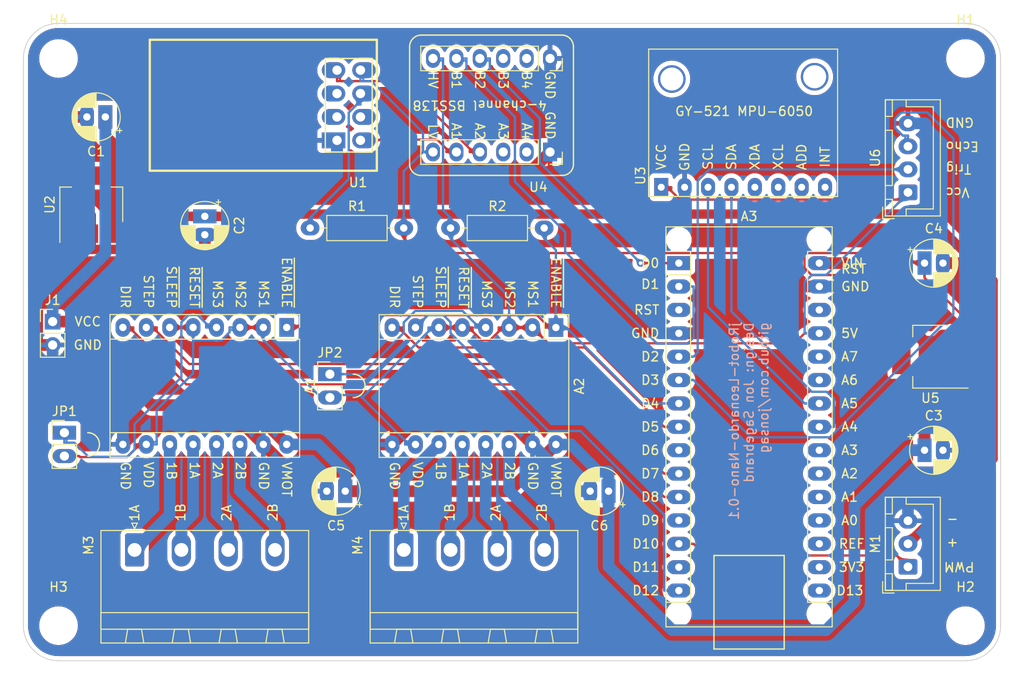
<source format=kicad_pcb>
(kicad_pcb (version 20211014) (generator pcbnew)
  (title_block (title "jRobot-Leonardo-Nano") (date "2022-12-18") (rev "0.1"))
  (layers (0 "F.Cu" signal) (31 "B.Cu" signal) (34 "B.Paste" user) (35 "F.Paste" user) (36 "B.SilkS" user "B.Silkscreen") (37 "F.SilkS" user "F.Silkscreen") (38 "B.Mask" user) (39 "F.Mask" user) (44 "Edge.Cuts" user))
  (net 0 "")
  (net 1 "D4")
  (net 2 "+5V")
  (net 3 "D7")
  (net 4 "D8")
  (net 5 "GND")
  (net 6 "Net-(A1-Pad11)")
  (net 7 "Net-(A1-Pad12)")
  (net 8 "Net-(A1-Pad13)")
  (net 9 "Net-(A1-Pad14)")
  (net 10 "VCC")
  (net 11 "D12")
  (net 12 "D5")
  (net 13 "Net-(A2-Pad11)")
  (net 14 "Net-(A2-Pad12)")
  (net 15 "Net-(A2-Pad13)")
  (net 16 "Net-(A2-Pad14)")
  (net 17 "D1{slash}Tx")
  (net 18 "D0{slash}Rx")
  (net 19 "~{RESET}")
  (net 20 "D2")
  (net 21 "D3")
  (net 22 "D6")
  (net 23 "D9")
  (net 24 "D10")
  (net 25 "D11")
  (net 26 "D13")
  (net 27 "+3V3")
  (net 28 "AREF")
  (net 29 "A0")
  (net 30 "A1")
  (net 31 "A2")
  (net 32 "A3")
  (net 33 "SDA{slash}A4")
  (net 34 "SCL{slash}A5")
  (net 35 "A6")
  (net 36 "A7")
  (net 38 "Vdrive")
  (net 39 "+3.3V")
  (net 40 "Net-(R1-Pad1)")
  (net 41 "/TxL")
  (net 45 "/RxL")
  (net 54 "Net-(A1-Pad4)")
  (net 55 "Net-(JP2-Pad1)")
  (footprint "MountingHole:MountingHole_3.2mm_M3" (layer "F.Cu") (at 140.97 68.58)
    (fp_text reference "H4")
    (fp_text value "MountingHole")
  )
  (footprint "My_Parts:Jumper_1x02_P2.54mm_large" (layer "F.Cu") (at 170.42 102.865)
    (fp_text reference "JP2")
    (fp_text value "MS3 Right")
  )
  (footprint "My_Misc:R_Axial_DIN0207_L6.3mm_D2.5mm_P10.16mm_Horizontal_large" (layer "F.Cu") (at 168.275 86.995)
    (fp_text reference "R1")
    (fp_text value "10k")
  )
  (footprint "My_Misc:Pololu_Breakout-16_15.2x20.3mm_large" (layer "F.Cu") (at 194.945 97.8 -90)
    (fp_text reference "A2")
    (fp_text value "A4988")
  )
  (footprint "My_Headers:4-pin JST HC-SR04 Sonar" (layer "F.Cu") (at 233.155 83.125 90)
    (fp_text reference "U6")
    (fp_text value "HC-SR04")
  )
  (footprint "My_Misc:CP_Radial_D5.0mm_P2.00mm_larger" (layer "F.Cu") (at 234.95 111.125)
    (fp_text reference "C3")
    (fp_text value "10u")
  )
  (footprint "MountingHole:MountingHole_3.2mm_M3" (layer "F.Cu") (at 140.97 130.175)
    (fp_text reference "H3")
    (fp_text value "MountingHole")
  )
  (footprint "My_Headers:2-pin_power_input_header" (layer "F.Cu") (at 140.335 97.155)
    (fp_text reference "J1")
    (fp_text value "Power IN")
  )
  (footprint "My_Parts:GY-521_MPU6050_w_header_large" (layer "F.Cu") (at 206.375 82.565 90)
    (fp_text reference "U3")
    (fp_text value "MPU-6050")
  )
  (footprint "Package_TO_SOT_SMD:SOT-223-3_TabPin2" (layer "F.Cu") (at 235.585 100.965 180)
    (fp_text reference "U5")
    (fp_text value "AMS1117-3.3")
  )
  (footprint "My_Misc:CP_Radial_D5.0mm_P2.00mm_larger" (layer "F.Cu") (at 146.05 74.93 180)
    (fp_text reference "C1")
    (fp_text value "10u")
  )
  (footprint "MountingHole:MountingHole_3.2mm_M3" (layer "F.Cu") (at 239.395 68.58)
    (fp_text reference "H1")
    (fp_text value "MountingHole")
  )
  (footprint "My_Headers:3-pin JST Servo" (layer "F.Cu") (at 233.155 123.785 90)
    (fp_text reference "M1")
    (fp_text value "Arm")
  )
  (footprint "MountingHole:MountingHole_3.2mm_M3" (layer "F.Cu") (at 239.395 130.175)
    (fp_text reference "H2")
    (fp_text value "MountingHole")
  )
  (footprint "My_Parts:4-channel_I2C_level_shifter_BSS138_large" (layer "F.Cu") (at 194.3107 78.7393 180)
    (fp_text reference "U4")
    (fp_text value "BSS138")
  )
  (footprint "My_Parts:PhoenixPCB_2-Pole_Stepper_Connector" (layer "F.Cu") (at 178.435 121.9525)
    (fp_text reference "M4")
    (fp_text value "Right")
  )
  (footprint "My_Parts:Jumper_1x02_P2.54mm_large" (layer "F.Cu") (at 141.605 109.22)
    (fp_text reference "JP1")
    (fp_text value "MS3 Right")
  )
  (footprint "My_Misc:CP_Radial_D5.0mm_P2.00mm_larger" (layer "F.Cu") (at 172.085 115.57 180)
    (fp_text reference "C5")
    (fp_text value "100u")
  )
  (footprint "Package_TO_SOT_SMD:SOT-223-3_TabPin2" (layer "F.Cu") (at 144.525 84.455 90)
    (fp_text reference "U2")
    (fp_text value "AMS1117-5.0")
  )
  (footprint "My_Misc:CP_Radial_D5.0mm_P2.00mm_larger" (layer "F.Cu") (at 200.66 115.57 180)
    (fp_text reference "C6")
    (fp_text value "100u")
  )
  (footprint "My_ESP8266:ESP-01_w_pin_socket_large" (layer "F.Cu") (at 173.736 77.47 180)
    (fp_text reference "U1")
    (fp_text value "ESP-01")
  )
  (footprint "My_Misc:Pololu_Breakout-16_15.2x20.3mm_large" (layer "F.Cu") (at 165.735 97.79 -90)
    (fp_text reference "A1")
    (fp_text value "A4988")
  )
  (footprint "My_Misc:R_Axial_DIN0207_L6.3mm_D2.5mm_P10.16mm_Horizontal_large" (layer "F.Cu") (at 183.515 86.995)
    (fp_text reference "R2")
    (fp_text value "10k")
  )
  (footprint "My_Arduino:Arduino_Nano_WithMountingHoles_larger" (layer "F.Cu") (at 208.29 90.805)
    (fp_text reference "A3")
    (fp_text value "Arduino_Nano_v3.x")
  )
  (footprint "My_Misc:CP_Radial_D5.0mm_P2.00mm_larger" (layer "F.Cu") (at 234.95 90.805)
    (fp_text reference "C4")
    (fp_text value "10u")
  )
  (footprint "My_Parts:PhoenixPCB_2-Pole_Stepper_Connector" (layer "F.Cu") (at 149.225 121.9525)
    (fp_text reference "M3")
    (fp_text value "Left")
  )
  (footprint "My_Misc:CP_Radial_D5.0mm_P2.00mm_larger" (layer "F.Cu") (at 156.845 85.725 -90)
    (fp_text reference "C2")
    (fp_text value "10u")
  )
  (gr_line (start 243.205 130.175) (end 243.205 68.58) (layer "Edge.Cuts") (width 0.1))
  (gr_arc (start 243.205 130.175) (mid 242.089077 132.869077) (end 239.395 133.985) (layer "Edge.Cuts") (width 0.1))
  (gr_arc (start 137.16 68.58) (mid 138.275923 65.885923) (end 140.97 64.77) (layer "Edge.Cuts") (width 0.1))
  (gr_line (start 239.395 64.77) (end 140.97 64.77) (layer "Edge.Cuts") (width 0.1))
  (gr_line (start 140.97 133.985) (end 239.395 133.985) (layer "Edge.Cuts") (width 0.1))
  (gr_line (start 137.16 68.58) (end 137.16 130.175) (layer "Edge.Cuts") (width 0.1))
  (gr_arc (start 140.97 133.985) (mid 138.275923 132.869077) (end 137.16 130.175) (layer "Edge.Cuts") (width 0.1))
  (gr_arc (start 239.395 64.77) (mid 242.089077 65.885923) (end 243.205 68.58) (layer "Edge.Cuts") (width 0.1))
  (gr_text "${TITLE}-${REVISION}\nDesign: Jon Sagebrand\ngithub.com/jonsag" (at 215.9 97.155 90) (layer "B.SilkS") (effects (font (size 1 1)) (justify left mirror)))
  (segment (start 166.8601 97.79) (end 168.1979 96.4522) (width 0.25) (layer "F.Cu") (net 1))
  (segment (start 192.894 96.4522) (end 193.8199 97.3781) (width 0.25) (layer "F.Cu") (net 1))
  (segment (start 194.945 97.8) (end 193.8199 97.8) (width 0.25) (layer "F.Cu") (net 1))
  (segment (start 193.8199 97.3781) (end 193.8199 97.8) (width 0.25) (layer "F.Cu") (net 1))
  (segment (start 165.735 97.79) (end 166.8601 97.79) (width 0.25) (layer "F.Cu") (net 1))
  (segment (start 168.1979 96.4522) (end 192.894 96.4522) (width 0.25) (layer "F.Cu") (net 1))
  (segment (start 193.675 86.995) (end 193.675 88.1201) (width 0.25) (layer "B.Cu") (net 1))
  (segment (start 194.945 89.3901) (end 193.675 88.1201) (width 0.25) (layer "B.Cu") (net 1))
  (segment (start 194.945 97.8) (end 196.0701 97.8) (width 0.25) (layer "B.Cu") (net 1))
  (segment (start 194.945 97.8) (end 194.945 89.3901) (width 0.25) (layer "B.Cu") (net 1))
  (segment (start 208.29 106.045) (end 204.3151 106.045) (width 0.25) (layer "B.Cu") (net 1))
  (segment (start 204.3151 106.045) (end 196.0701 97.8) (width 0.25) (layer "B.Cu") (net 1))
  (segment (start 148.4115 111.8703) (end 143.3104 111.8703) (width 0.25) (layer "F.Cu") (net 2))
  (segment (start 232.3718 83.9082) (end 208.3976 83.9082) (width 0.25) (layer "F.Cu") (net 2))
  (segment (start 189.865 97.8) (end 192.405 97.8) (width 0.25) (layer "F.Cu") (net 2))
  (segment (start 233.155 83.125) (end 232.3718 83.9082) (width 0.25) (layer "F.Cu") (net 2))
  (segment (start 185.9101 97.8) (end 185.9101 98.2219) (width 0.25) (layer "F.Cu") (net 2))
  (segment (start 143.3104 111.8703) (end 143.2001 111.76) (width 0.25) (layer "F.Cu") (net 2))
  (segment (start 189.865 97.8) (end 188.7399 97.8) (width 0.25) (layer "F.Cu") (net 2))
  (segment (start 192.405 97.8) (end 194.1171 99.5121) (width 0.25) (layer "F.Cu") (net 2))
  (segment (start 149.3699 110.9119) (end 148.4115 111.8703) (width 0.25) (layer "F.Cu") (net 2))
  (segment (start 187.8157 99.1506) (end 188.7399 98.2264) (width 0.25) (layer "F.Cu") (net 2))
  (segment (start 206.375 82.565) (end 207.4621 82.565) (width 0.25) (layer "F.Cu") (net 2))
  (segment (start 141.605 111.76) (end 143.2001 111.76) (width 0.25) (layer "F.Cu") (net 2))
  (segment (start 185.9101 98.2219) (end 186.8388 99.1506) (width 0.25) (layer "F.Cu") (net 2))
  (segment (start 186.8388 99.1506) (end 187.8157 99.1506) (width 0.25) (layer "F.Cu") (net 2))
  (segment (start 149.3699 110.49) (end 149.3699 110.9119) (width 0.25) (layer "F.Cu") (net 2))
  (segment (start 208.3976 83.9082) (end 207.4621 82.9727) (width 0.25) (layer "F.Cu") (net 2))
  (segment (start 207.4621 82.9727) (end 207.4621 82.565) (width 0.25) (layer "F.Cu") (net 2))
  (segment (start 188.7399 98.2264) (end 188.7399 97.8) (width 0.25) (layer "F.Cu") (net 2))
  (segment (start 153.035 97.79) (end 155.575 97.79) (width 0.25) (layer "F.Cu") (net 2))
  (segment (start 220.8478 99.5121) (end 221.9349 98.425) (width 0.25) (layer "F.Cu") (net 2))
  (segment (start 194.1171 99.5121) (end 220.8478 99.5121) (width 0.25) (layer "F.Cu") (net 2))
  (segment (start 223.53 98.425) (end 221.9349 98.425) (width 0.25) (layer "F.Cu") (net 2))
  (segment (start 184.785 97.8) (end 185.9101 97.8) (width 0.25) (layer "F.Cu") (net 2))
  (segment (start 160.655 97.79) (end 163.195 97.79) (width 0.25) (layer "F.Cu") (net 2))
  (segment (start 150.495 110.49) (end 149.3699 110.49) (width 0.25) (layer "F.Cu") (net 2))
  (segment (start 182.245 97.8) (end 184.785 97.8) (width 0.25) (layer "F.Cu") (net 2))
  (segment (start 178.5799 110.0736) (end 178.5799 110.5) (width 0.25) (layer "B.Cu") (net 2))
  (segment (start 181.6107 68.5793) (end 182.6978 68.5793) (width 0.25) (layer "B.Cu") (net 2))
  (segment (start 163.195 99.1311) (end 169.1971 105.1332) (width 0.25) (layer "B.Cu") (net 2))
  (segment (start 173.6395 105.1332) (end 173.9241 105.4177) (width 0.25) (layer "B.Cu") (net 2))
  (segment (start 151.6201 110.49) (end 151.6201 106.7278) (width 0.25) (layer "B.Cu") (net 2))
  (segment (start 158.65 99.1839) (end 159.5299 98.304) (width 0.25) (layer "B.Cu") (net 2))
  (segment (start 181.1199 98.2219) (end 173.9241 105.4177) (width 0.25) (layer "B.Cu") (net 2))
  (segment (start 150.495 110.49) (end 151.6201 110.49) (width 0.25) (layer "B.Cu") (net 2))
  (segment (start 169.1971 105.1332) (end 170.42 105.1332) (width 0.25) (layer "B.Cu") (net 2))
  (segment (start 173.9241 105.4177) (end 178.5799 110.0736) (width 0.25) (layer "B.Cu") (net 2))
  (segment (start 221.9349 92.8807) (end 222.7406 92.075) (width 0.25) (layer "B.Cu") (net 2))
  (segment (start 223.53 98.425) (end 221.9349 98.425) (width 0.25) (layer "B.Cu") (net 2))
  (segment (start 233.155 83.2255) (end 233.155 83.125) (width 0.25) (layer "B.Cu") (net 2))
  (segment (start 224.3055 92.075) (end 233.155 83.2255) (width 0.25) (layer "B.Cu") (net 2))
  (segment (start 181.1199 97.8) (end 181.1199 98.2219) (width 0.25) (layer "B.Cu") (net 2))
  (segment (start 183.515 86.995) (end 183.515 85.8699) (width 0.25) (layer "B.Cu") (net 2))
  (segment (start 189.865 94.4701) (end 183.515 88.1201) (width 0.25) (layer "B.Cu") (net 2))
  (segment (start 170.42 105.1332) (end 173.6395 105.1332) (width 0.25) (layer "B.Cu") (net 2))
  (segment (start 155.575 99.1839) (end 158.65 99.1839) (width 0.25) (layer "B.Cu") (net 2))
  (segment (start 151.6201 106.7278) (end 155.575 102.7729) (width 0.25) (layer "B.Cu") (net 2))
  (segment (start 163.195 97.79) (end 163.195 99.1311) (width 0.25) (layer "B.Cu") (net 2))
  (segment (start 183.515 86.995) (end 183.515 88.1201) (width 0.25) (layer "B.Cu") (net 2))
  (segment (start 159.5299 98.304) (end 159.5299 97.79) (width 0.25) (layer "B.Cu") (net 2))
  (segment (start 160.655 97.79) (end 159.5299 97.79) (width 0.25) (layer "B.Cu") (net 2))
  (segment (start 170.42 105.405) (end 170.42 105.1332) (width 0.25) (layer "B.Cu") (net 2))
  (segment (start 182.6978 85.0527) (end 182.6978 68.5793) (width 0.25) (layer "B.Cu") (net 2))
  (segment (start 182.245 97.8) (end 181.1199 97.8) (width 0.25) (layer "B.Cu") (net 2))
  (segment (start 155.575 102.7729) (end 155.575 99.1839) (width 0.25) (layer "B.Cu") (net 2))
  (segment (start 222.7406 92.075) (end 224.3055 92.075) (width 0.25) (layer "B.Cu") (net 2))
  (segment (start 179.705 110.5) (end 178.5799 110.5) (width 0.25) (layer "B.Cu") (net 2))
  (segment (start 221.9349 98.425) (end 221.9349 92.8807) (width 0.25) (layer "B.Cu") (net 2))
  (segment (start 189.865 97.8) (end 189.865 94.4701) (width 0.25) (layer "B.Cu") (net 2))
  (segment (start 155.575 99.1839) (end 155.575 97.79) (width 0.25) (layer "B.Cu") (net 2))
  (segment (start 183.515 85.8699) (end 182.6978 85.0527) (width 0.25) (layer "B.Cu") (net 2))
  (segment (start 155.1666 101.7584) (end 194.7883 101.7584) (width 0.25) (layer "F.Cu") (net 3))
  (segment (start 208.29 113.665) (end 206.6949 113.665) (width 0.25) (layer "F.Cu") (net 3))
  (segment (start 150.495 97.79) (end 151.6201 97.79) (width 0.25) (layer "F.Cu") (net 3))
  (segment (start 194.7883 101.7584) (end 206.6949 113.665) (width 0.25) (layer "F.Cu") (net 3))
  (segment (start 151.6201 97.79) (end 151.6201 98.2119) (width 0.25) (layer "F.Cu") (net 3))
  (segment (start 151.6201 98.2119) (end 155.1666 101.7584) (width 0.25) (layer "F.Cu") (net 3))
  (segment (start 208.29 116.205) (end 206.6949 116.205) (width 0.25) (layer "F.Cu") (net 4))
  (segment (start 147.955 97.79) (end 149.0801 97.79) (width 0.25) (layer "F.Cu") (net 4))
  (segment (start 194.4656 103.9757) (end 206.6949 116.205) (width 0.25) (layer "F.Cu") (net 4))
  (segment (start 149.0801 97.79) (end 149.0801 98.2119) (width 0.25) (layer "F.Cu") (net 4))
  (segment (start 154.8439 103.9757) (end 194.4656 103.9757) (width 0.25) (layer "F.Cu") (net 4))
  (segment (start 149.0801 98.2119) (end 154.8439 103.9757) (width 0.25) (layer "F.Cu") (net 4))
  (segment (start 219.9599 93.345) (end 214.8799 98.425) (width 1.27) (layer "F.Cu") (net 5))
  (segment (start 156.845 87.725) (end 156.845 89.3221) (width 1.27) (layer "F.Cu") (net 5))
  (segment (start 172.565 113.4649) (end 175.5299 110.5) (width 1.27) (layer "F.Cu") (net 5))
  (segment (start 170.085 115.57) (end 170.085 113.4649) (width 1.27) (layer "F.Cu") (net 5))
  (segment (start 170.085 113.4649) (end 172.565 113.4649) (width 1.27) (layer "F.Cu") (net 5))
  (segment (start 177.165 110.5) (end 175.5299 110.5) (width 1.27) (layer "F.Cu") (net 5))
  (segment (start 236.95 90.805) (end 238.5471 90.805) (width 1.27) (layer "F.Cu") (net 5))
  (segment (start 142.225 90.7047) (end 155.4624 90.7047) (width 1.27) (layer "F.Cu") (net 5))
  (segment (start 142.225 90.7047) (end 142.225 87.605) (width 1.27) (layer "F.Cu") (net 5))
  (segment (start 138.6499 94.2798) (end 142.225 90.7047) (width 1.27) (layer "F.Cu") (net 5))
  (segment (start 236.95 106.6351) (end 236.95 111.125) (width 1.27) (layer "F.Cu") (net 5))
  (segment (start 140.335 99.695) (end 138.6499 99.695) (width 1.27) (layer "F.Cu") (net 5))
  (segment (start 142.225 87.605) (end 140.6399 87.605) (width 1.27) (layer "F.Cu") (net 5))
  (segment (start 223.53 93.345) (end 219.9599 93.345) (width 1.27) (layer "F.Cu") (net 5))
  (segment (start 166.1699 113.4649) (end 170.085 113.4649) (width 1.27) (layer "F.Cu") (net 5))
  (segment (start 238.5471 90.805) (end 241.0455 93.3034) (width 1.27) (layer "F.Cu") (net 5))
  (segment (start 155.4624 90.7047) (end 156.845 89.3221) (width 1.27) (layer "F.Cu") (net 5))
  (segment (start 171.196 79.1687) (end 172.6184 80.5911) (width 1.27) (layer "F.Cu") (net 5))
  (segment (start 140.5513 76.8316) (end 140.5513 87.5164) (width 1.27) (layer "F.Cu") (net 5))
  (segment (start 241.0455 102.7896) (end 240.5701 103.265) (width 1.27) (layer "F.Cu") (net 5))
  (segment (start 140.5513 87.5164) (end 140.6399 87.605) (width 1.27) (layer "F.Cu") (net 5))
  (segment (start 142.4529 74.93) (end 140.5513 76.8316) (width 1.27) (layer "F.Cu") (net 5))
  (segment (start 161.3303 108.6253) (end 163.195 110.49) (width 1.27) (layer "F.Cu") (net 5))
  (segment (start 192.4589 80.5911) (end 194.3107 78.7393) (width 1.27) (layer "F.Cu") (net 5))
  (segment (start 241.0455 93.3034) (end 241.0455 102.7896) (width 1.27) (layer "F.Cu") (net 5))
  (segment (start 238.735 103.265) (end 240.5701 103.265) (width 1.27) (layer "F.Cu") (net 5))
  (segment (start 163.195 110.49) (end 166.1699 113.4649) (width 1.27) (layer "F.Cu") (net 5))
  (segment (start 238.735 103.265) (end 238.735 104.8501) (width 1.27) (layer "F.Cu") (net 5))
  (segment (start 172.6184 80.5911) (end 192.4589 80.5911) (width 1.27) (layer "F.Cu") (net 5))
  (segment (start 171.196 77.47) (end 171.196 79.1687) (width 1.27) (layer "F.Cu") (net 5))
  (segment (start 144.05 74.93) (end 142.4529 74.93) (width 1.27) (layer "F.Cu") (net 5))
  (segment (start 192.405 110.5) (end 190.5359 108.6309) (width 1.27) (layer "F.Cu") (net 5))
  (segment (start 238.735 104.8501) (end 236.95 106.6351) (width 1.27) (layer "F.Cu") (net 5))
  (segment (start 179.0341 108.6309) (end 177.165 110.5) (width 1.27) (layer "F.Cu") (net 5))
  (segment (start 147.955 110.49) (end 149.8197 108.6253) (width 1.27) (layer "F.Cu") (net 5))
  (segment (start 149.8197 108.6253) (end 161.3303 108.6253) (width 1.27) (layer "F.Cu") (net 5))
  (segment (start 214.8799 98.425) (end 208.29 98.425) (width 1.27) (layer "F.Cu") (net 5))
  (segment (start 138.6499 99.695) (end 138.6499 94.2798) (width 1.27) (layer "F.Cu") (net 5))
  (segment (start 190.5359 108.6309) (end 179.0341 108.6309) (width 1.27) (layer "F.Cu") (net 5))
  (segment (start 147.5938 108.6389) (end 140.335 101.3801) (width 1.27) (layer "B.Cu") (net 5))
  (segment (start 171.196 77.47) (end 171.196 79.1687) (width 1.27) (layer "B.Cu") (net 5))
  (segment (start 204.6487 87.4802) (end 195.9078 78.7393) (width 1.27) (layer "B.Cu") (net 5))
  (segment (start 195.1093 71.229) (end 194.3107 70.4304) (width 1.27) (layer "B.Cu") (net 5))
  (segment (start 236.95 113.3049) (end 233.155 117.0999) (width 1.27) (layer "B.Cu") (net 5))
  (segment (start 233.155 75.625) (end 235.0061 75.625) (width 1.27) (layer "B.Cu") (net 5))
  (segment (start 235.0668 88.6998) (end 236.9499 88.6998) (width 1.27) (layer "B.Cu") (net 5))
  (segment (start 236.9499 88.6998) (end 236.95 88.6999) (width 1.27) (layer "B.Cu") (net 5))
  (segment (start 147.955 108.6389) (end 147.5938 108.6389) (width 1.27) (layer "B.Cu") (net 5))
  (segment (start 197.0629 115.1579) (end 197.0629 115.57) (width 1.27) (layer "B.Cu") (net 5))
  (segment (start 236.95 111.125) (end 236.95 113.3049) (width 1.27) (layer "B.Cu") (net 5))
  (segment (start 206.1849 87.4802) (end 204.6487 87.4802) (width 1.27) (layer "B.Cu") (net 5))
  (segment (start 194.3107 68.5793) (end 194.3107 70.4304) (width 1.27) (layer "B.Cu") (net 5))
  (segment (start 208.915 84.7501) (end 208.915 82.565) (width 1.27) (layer "B.Cu") (net 5))
  (segment (start 198.66 115.57) (end 197.0629 115.57) (width 1.27) (layer "B.Cu") (net 5))
  (segment (start 235.0668 75.6857) (end 235.0061 75.625) (width 1.27) (layer "B.Cu") (net 5))
  (segment (start 171.196 79.1687) (end 162.6397 87.725) (width 1.27) (layer "B.Cu") (net 5))
  (segment (start 225.8369 93.345) (end 230.4821 88.6998) (width 1.27) (layer "B.Cu") (net 5))
  (segment (start 195.1093 78.7393) (end 195.1093 71.229) (width 1.27) (layer "B.Cu") (net 5))
  (segment (start 192.405 110.5) (end 197.0629 115.1579) (width 1.27) (layer "B.Cu") (net 5))
  (segment (start 230.4821 88.6998) (end 235.0668 88.6998) (width 1.27) (layer "B.Cu") (net 5))
  (segment (start 206.1849 98.425) (end 206.1849 87.4802) (width 1.27) (layer "B.Cu") (net 5))
  (segment (start 236.95 90.805) (end 236.95 88.6999) (width 1.27) (layer "B.Cu") (net 5))
  (segment (start 162.6397 87.725) (end 156.845 87.725) (width 1.27) (layer "B.Cu") (net 5))
  (segment (start 194.3107 78.7393) (end 195.1093 78.7393) (width 1.27) (layer "B.Cu") (net 5))
  (segment (start 223.53 93.345) (end 225.8369 93.345) (width 1.27) (layer "B.Cu") (net 5))
  (segment (start 233.155 118.785) (end 233.155 117.0999) (width 1.27) (layer "B.Cu") (net 5))
  (segment (start 208.29 98.425) (end 206.1849 98.425) (width 1.27) (layer "B.Cu") (net 5))
  (segment (start 195.1093 78.7393) (end 195.9078 78.7393) (width 1.27) (layer "B.Cu") (net 5))
  (segment (start 147.955 110.49) (end 147.955 108.6389) (width 1.27) (layer "B.Cu") (net 5))
  (segment (start 235.0668 88.6998) (end 235.0668 75.6857) (width 1.27) (layer "B.Cu") (net 5))
  (segment (start 140.335 99.695) (end 140.335 101.3801) (width 1.27) (layer "B.Cu") (net 5))
  (segment (start 206.1849 87.4802) (end 208.915 84.7501) (width 1.27) (layer "B.Cu") (net 5))
  (segment (start 153.035 118.1425) (end 149.225 121.9525) (width 1.27) (layer "B.Cu") (net 6))
  (segment (start 153.035 110.49) (end 153.035 118.1425) (width 1.27) (layer "B.Cu") (net 6))
  (segment (start 155.575 110.49) (end 155.575 118.0474) (width 1.27) (layer "B.Cu") (net 7))
  (segment (start 154.305 121.9525) (end 154.305 119.3174) (width 1.27) (layer "B.Cu") (net 7))
  (segment (start 155.575 118.0474) (end 154.305 119.3174) (width 1.27) (layer "B.Cu") (net 7))
  (segment (start 158.115 110.49) (end 158.115 118.0474) (width 1.27) (layer "B.Cu") (net 8))
  (segment (start 158.115 118.0474) (end 159.385 119.3174) (width 1.27) (layer "B.Cu") (net 8))
  (segment (start 159.385 121.9525) (end 159.385 119.3174) (width 1.27) (layer "B.Cu") (net 8))
  (segment (start 160.655 110.49) (end 160.655 115.5074) (width 1.27) (layer "B.Cu") (net 9))
  (segment (start 164.465 121.9525) (end 164.465 119.3174) (width 1.27) (layer "B.Cu") (net 9))
  (segment (start 160.655 115.5074) (end 164.465 119.3174) (width 1.27) (layer "B.Cu") (net 9))
  (segment (start 147.2602 78.2453) (end 147.2602 85.3347) (width 1.27) (layer "F.Cu") (net 10))
  (segment (start 234.95 111.125) (end 234.95 99.3488) (width 1.27) (layer "F.Cu") (net 10))
  (segment (start 236.8999 98.665) (end 236.2161 99.3488) (width 1.27) (layer "F.Cu") (net 10))
  (segment (start 172.085 115.57) (end 189.875 115.57) (width 1.27) (layer "F.Cu") (net 10))
  (segment (start 151.0963 106.2312) (end 142.0201 97.155) (width 1.27) (layer "F.Cu") (net 10))
  (segment (start 146.05 77.0351) (end 147.2602 78.2453) (width 1.27) (layer "F.Cu") (net 10))
  (segment (start 161.4762 106.2312) (end 151.0963 106.2312) (width 1.27) (layer "F.Cu") (net 10))
  (segment (start 146.825 87.605) (end 146.825 85.7699) (width 1.27) (layer "F.Cu") (net 10))
  (segment (start 226.4062 90.805) (end 223.53 90.805) (width 1.27) (layer "F.Cu") (net 10))
  (segment (start 236.2161 99.3488) (end 234.95 99.3488) (width 1.27) (layer "F.Cu") (net 10))
  (segment (start 234.95 99.3488) (end 226.4062 90.805) (width 1.27) (layer "F.Cu") (net 10))
  (segment (start 140.335 97.155) (end 142.0201 97.155) (width 1.27) (layer "F.Cu") (net 10))
  (segment (start 189.875 115.57) (end 194.945 110.5) (width 1.27) (layer "F.Cu") (net 10))
  (segment (start 238.735 98.665) (end 236.8999 98.665) (width 1.27) (layer "F.Cu") (net 10))
  (segment (start 146.05 74.93) (end 146.05 77.0351) (width 1.27) (layer "F.Cu") (net 10))
  (segment (start 165.735 110.49) (end 161.4762 106.2312) (width 1.27) (layer "F.Cu") (net 10))
  (segment (start 147.2602 85.3347) (end 146.825 85.7699) (width 1.27) (layer "F.Cu") (net 10))
  (segment (start 200.66 115.57) (end 200.66 113.4649) (width 1.27) (layer "B.Cu") (net 10))
  (segment (start 169.1101 110.49) (end 172.085 113.4649) (width 1.27) (layer "B.Cu") (net 10))
  (segment (start 200.66 123.7501) (end 207.577 130.6671) (width 1.27) (layer "B.Cu") (net 10))
  (segment (start 227.3421 117.1358) (end 233.3529 111.125) (width 1.27) (layer "B.Cu") (net 10))
  (segment (start 227.3421 127.5938) (end 227.3421 117.1358) (width 1.27) (layer "B.Cu") (net 10))
  (segment (start 140.335 97.155) (end 140.335 95.4699) (width 1.27) (layer "B.Cu") (net 10))
  (segment (start 172.085 115.57) (end 172.085 113.4649) (width 1.27) (layer "B.Cu") (net 10))
  (segment (start 224.2688 130.6671) (end 227.3421 127.5938) (width 1.27) (layer "B.Cu") (net 10))
  (segment (start 140.335 95.4699) (end 146.05 89.7549) (width 1.27) (layer "B.Cu") (net 10))
  (segment (start 165.735 110.49) (end 169.1101 110.49) (width 1.27) (layer "B.Cu") (net 10))
  (segment (start 194.945 110.5) (end 196.5801 110.5) (width 1.27) (layer "B.Cu") (net 10))
  (segment (start 146.05 89.7549) (end 146.05 74.93) (width 1.27) (layer "B.Cu") (net 10))
  (segment (start 199.545 113.4649) (end 200.66 113.4649) (width 1.27) (layer "B.Cu") (net 10))
  (segment (start 234.95 111.125) (end 233.3529 111.125) (width 1.27) (layer "B.Cu") (net 10))
  (segment (start 207.577 130.6671) (end 224.2688 130.6671) (width 1.27) (layer "B.Cu") (net 10))
  (segment (start 196.5801 110.5) (end 199.545 113.4649) (width 1.27) (layer "B.Cu") (net 10))
  (segment (start 200.66 115.57) (end 200.66 123.7501) (width 1.27) (layer "B.Cu") (net 10))
  (segment (start 183.515 97.2272) (end 183.515 98.4082) (width 0.25) (layer "B.Cu") (net 11))
  (segment (start 181.064 96.441) (end 182.7288 96.441) (width 0.25) (layer "B.Cu") (net 11))
  (segment (start 194.1419 109.0351) (end 197.6102 109.0351) (width 0.25) (layer "B.Cu") (net 11))
  (segment (start 206.6949 118.1198) (end 206.6949 126.365) (width 0.25) (layer "B.Cu") (net 11))
  (segment (start 197.6102 109.0351) (end 206.6949 118.1198) (width 0.25) (layer "B.Cu") (net 11))
  (segment (start 208.29 126.365) (end 206.6949 126.365) (width 0.25) (layer "B.Cu") (net 11))
  (segment (start 182.7288 96.441) (end 183.515 97.2272) (width 0.25) (layer "B.Cu") (net 11))
  (segment (start 179.705 97.8) (end 181.064 96.441) (width 0.25) (layer "B.Cu") (net 11))
  (segment (start 183.515 98.4082) (end 194.1419 109.0351) (width 0.25) (layer "B.Cu") (net 11))
  (segment (start 178.2901 97.8) (end 178.2901 98.2219) (width 0.25) (layer "F.Cu") (net 12))
  (segment (start 208.29 108.585) (end 206.6949 108.585) (width 0.25) (layer "F.Cu") (net 12))
  (segment (start 177.165 97.8) (end 178.2901 97.8) (width 0.25) (layer "F.Cu") (net 12))
  (segment (start 198.0759 99.966) (end 206.6949 108.585) (width 0.25) (layer "F.Cu") (net 12))
  (segment (start 178.2901 98.2219) (end 180.0342 99.966) (width 0.25) (layer "F.Cu") (net 12))
  (segment (start 180.0342 99.966) (end 198.0759 99.966) (width 0.25) (layer "F.Cu") (net 12))
  (segment (start 182.245 110.5) (end 178.435 114.31) (width 1.27) (layer "B.Cu") (net 13))
  (segment (start 178.435 114.31) (end 178.435 121.9525) (width 1.27) (layer "B.Cu") (net 13))
  (segment (start 183.515 121.9525) (end 183.515 119.3174) (width 1.27) (layer "B.Cu") (net 14))
  (segment (start 184.785 118.0474) (end 183.515 119.3174) (width 1.27) (layer "B.Cu") (net 14))
  (segment (start 184.785 110.5) (end 184.785 118.0474) (width 1.27) (layer "B.Cu") (net 14))
  (segment (start 187.325 110.5) (end 187.325 118.0474) (width 1.27) (layer "B.Cu") (net 15))
  (segment (start 187.325 118.0474) (end 188.595 119.3174) (width 1.27) (layer "B.Cu") (net 15))
  (segment (start 188.595 121.9525) (end 188.595 119.3174) (width 1.27) (layer "B.Cu") (net 15))
  (segment (start 193.675 121.9525) (end 193.675 119.3174) (width 1.27) (layer "B.Cu") (net 16))
  (segment (start 189.865 115.5074) (end 193.675 119.3174) (width 1.27) (layer "B.Cu") (net 16))
  (segment (start 189.865 110.5) (end 189.865 115.5074) (width 1.27) (layer "B.Cu") (net 16))
  (segment (start 208.29 90.805) (end 204.1363 90.805) (width 0.25) (layer "F.Cu") (net 17))
  (via (at 204.1363 90.805) (size 0.8) (drill 0.4) (layers "F.Cu" "B.Cu") (net 17))
  (segment (start 186.6907 68.5793) (end 187.7778 68.5793) (width 0.25) (layer "B.Cu") (net 17))
  (segment (start 187.7778 69.6664) (end 193.2 75.0886) (width 0.25) (layer "B.Cu") (net 17))
  (segment (start 187.7778 68.5793) (end 187.7778 69.6664) (width 0.25) (layer "B.Cu") (net 17))
  (segment (start 193.2 75.0886) (end 193.2 79.8687) (width 0.25) (layer "B.Cu") (net 17))
  (segment (start 193.2 79.8687) (end 204.1363 90.805) (width 0.25) (layer "B.Cu") (net 17))
  (segment (start 190.5007 81.9698) (end 190.5007 74.9293) (width 0.25) (layer "B.Cu") (net 18))
  (segment (start 209.8851 93.345) (end 209.8851 98.8845) (width 0.25) (layer "B.Cu") (net 18))
  (segment (start 209.8851 98.8845) (end 209.2184 99.5512) (width 0.25) (layer "B.Cu") (net 18))
  (segment (start 185.2378 69.6664) (end 185.2378 68.5793) (width 0.25) (layer "B.Cu") (net 18))
  (segment (start 208.29 93.345) (end 209.8851 93.345) (width 0.25) (layer "B.Cu") (net 18))
  (segment (start 195.9536 87.4227) (end 190.5007 81.9698) (width 0.25) (layer "B.Cu") (net 18))
  (segment (start 209.2184 99.5512) (end 205.935 99.5512) (width 0.25) (layer "B.Cu") (net 18))
  (segment (start 190.5007 74.9293) (end 185.2378 69.6664) (width 0.25) (layer "B.Cu") (net 18))
  (segment (start 184.1507 68.5793) (end 185.2378 68.5793) (width 0.25) (layer "B.Cu") (net 18))
  (segment (start 195.9536 89.5698) (end 195.9536 87.4227) (width 0.25) (layer "B.Cu") (net 18))
  (segment (start 205.935 99.5512) (end 195.9536 89.5698) (width 0.25) (layer "B.Cu") (net 18))
  (segment (start 209.8851 100.965) (end 210.3352 100.5149) (width 0.25) (layer "B.Cu") (net 20))
  (segment (start 208.29 100.965) (end 209.8851 100.965) (width 0.25) (layer "B.Cu") (net 20))
  (segment (start 210.3352 100.5149) (end 210.3352 81.8737) (width 0.25) (layer "B.Cu") (net 20))
  (segment (start 210.3352 81.8737) (end 211.5839 80.625) (width 0.25) (layer "B.Cu") (net 20))
  (segment (start 211.5839 80.625) (end 233.155 80.625) (width 0.25) (layer "B.Cu") (net 20))
  (segment (start 238.0819 77.2738) (end 235.254 74.4459) (width 0.25) (layer "B.Cu") (net 21))
  (segment (start 216.1001 109.72) (end 224.6855 109.72) (width 0.25) (layer "B.Cu") (net 21))
  (segment (start 232.4391 74.4459) (end 231.7666 75.1184) (width 0.25) (layer "B.Cu") (net 21))
  (segment (start 224.6855 109.72) (end 238.0819 96.3236) (width 0.25) (layer "B.Cu") (net 21))
  (segment (start 209.8851 103.505) (end 216.1001 109.72) (width 0.25) (layer "B.Cu") (net 21))
  (segment (start 233.155 78.125) (end 233.155 76.9499) (width 0.25) (layer "B.Cu") (net 21))
  (segment (start 208.29 103.505) (end 209.8851 103.505) (width 0.25) (layer "B.Cu") (net 21))
  (segment (start 232.5836 76.9499) (end 233.155 76.9499) (width 0.25) (layer "B.Cu") (net 21))
  (segment (start 231.7666 76.1329) (end 232.5836 76.9499) (width 0.25) (layer "B.Cu") (net 21))
  (segment (start 235.254 74.4459) (end 232.4391 74.4459) (width 0.25) (layer "B.Cu") (net 21))
  (segment (start 238.0819 96.3236) (end 238.0819 77.2738) (width 0.25) (layer "B.Cu") (net 21))
  (segment (start 231.7666 75.1184) (end 231.7666 76.1329) (width 0.25) (layer "B.Cu") (net 21))
  (segment (start 211.1551 122.555) (end 231.925 122.555) (width 0.25) (layer "F.Cu") (net 24))
  (segment (start 208.29 121.285) (end 209.8851 121.285) (width 0.25) (layer "F.Cu") (net 24))
  (segment (start 231.925 122.555) (end 233.155 123.785) (width 0.25) (layer "F.Cu") (net 24))
  (segment (start 209.8851 121.285) (end 211.1551 122.555) (width 0.25) (layer "F.Cu") (net 24))
  (segment (start 223.53 108.585) (end 225.1251 108.585) (width 0.25) (layer "B.Cu") (net 33))
  (segment (start 224.3419 104.775) (end 225.1251 105.5582) (width 0.25) (layer "B.Cu") (net 33))
  (segment (start 222.7193 104.775) (end 224.3419 104.775) (width 0.25) (layer "B.Cu") (net 33))
  (segment (start 213.995 96.0507) (end 222.7193 104.775) (width 0.25) (layer "B.Cu") (net 33))
  (segment (start 225.1251 105.5582) (end 225.1251 108.585) (width 0.25) (layer "B.Cu") (net 33))
  (segment (start 213.995 82.565) (end 213.995 96.0507) (width 0.25) (layer "B.Cu") (net 33))
  (segment (start 221.9349 106.045) (end 211.455 95.5651) (width 0.25) (layer "B.Cu") (net 34))
  (segment (start 223.53 106.045) (end 221.9349 106.045) (width 0.25) (layer "B.Cu") (net 34))
  (segment (start 211.455 95.5651) (end 211.455 82.565) (width 0.25) (layer "B.Cu") (net 34))
  (segment (start 158.8231 85.725) (end 159.069 85.4791) (width 1.016) (layer "F.Cu") (net 38))
  (segment (start 144.525 87.605) (end 144.525 85.6212) (width 1.016) (layer "F.Cu") (net 38))
  (segment (start 150.0555 89.3131) (end 144.525 89.3131) (width 1.016) (layer "F.Cu") (net 38))
  (segment (start 156.845 85.725) (end 153.6436 85.725) (width 1.016) (layer "F.Cu") (net 38))
  (segment (start 242.3898 92.7264) (end 242.3898 112.0502) (width 1.016) (layer "F.Cu") (net 38))
  (segment (start 144.525 81.305) (end 141.9169 81.305) (width 1.016) (layer "F.Cu") (net 38))
  (segment (start 153.6436 85.725) (end 150.0555 89.3131) (width 1.016) (layer "F.Cu") (net 38))
  (segment (start 156.845 85.725) (end 158.8231 85.725) (width 1.016) (layer "F.Cu") (net 38))
  (segment (start 141.9169 83.0131) (end 141.9169 81.305) (width 1.016) (layer "F.Cu") (net 38))
  (segment (start 235.1425 85.4791) (end 242.3898 92.7264) (width 1.016) (layer "F.Cu") (net 38))
  (segment (start 159.069 85.4791) (end 235.1425 85.4791) (width 1.016) (layer "F.Cu") (net 38))
  (segment (start 144.525 85.6212) (end 141.9169 83.0131) (width 1.016) (layer "F.Cu") (net 38))
  (segment (start 242.3898 112.0502) (end 233.155 121.285) (width 1.016) (layer "F.Cu") (net 38))
  (segment (start 144.525 87.605) (end 144.525 89.3131) (width 1.016) (layer "F.Cu") (net 38))
  (segment (start 225.7966 92.1015) (end 232.435 98.7399) (width 0.25) (layer "F.Cu") (net 39))
  (segment (start 178.435 86.995) (end 178.435 88.1201) (width 0.25) (layer "F.Cu") (net 39))
  (segment (start 239.8101 99.8899) (end 238.735 99.8899) (width 0.25) (layer "F.Cu") (net 39))
  (segment (start 234.95 90.805) (end 233.8629 90.805) (width 0.25) (layer "F.Cu") (net 39))
  (segment (start 222.6896 92.1015) (end 225.7966 92.1015) (width 0.25) (layer "F.Cu") (net 39))
  (segment (start 180.0265 89.7116) (end 221.9235 89.7116) (width 0.25) (layer "F.Cu") (net 39))
  (segment (start 240.0602 97.5103) (end 240.0602 99.6398) (width 0.25) (layer "F.Cu") (net 39))
  (segment (start 178.435 88.1201) (end 180.0265 89.7116) (width 0.25) (layer "F.Cu") (net 39))
  (segment (start 221.9235 91.3354) (end 222.6896 92.1015) (width 0.25) (layer "F.Cu") (net 39))
  (segment (start 234.95 92.4001) (end 240.0602 97.5103) (width 0.25) (layer "F.Cu") (net 39))
  (segment (start 240.0602 99.6398) (end 239.8101 99.8899) (width 0.25) (layer "F.Cu") (net 39))
  (segment (start 232.435 100.965) (end 232.435 98.7399) (width 0.25) (layer "F.Cu") (net 39))
  (segment (start 232.7695 89.7116) (end 233.8629 90.805) (width 0.25) (layer "F.Cu") (net 39))
  (segment (start 221.9235 89.7116) (end 232.7695 89.7116) (width 0.25) (layer "F.Cu") (net 39))
  (segment (start 221.9235 89.7116) (end 221.9235 91.3354) (width 0.25) (layer "F.Cu") (net 39))
  (segment (start 238.735 100.965) (end 238.735 99.8899) (width 0.25) (layer "F.Cu") (net 39))
  (segment (start 234.95 90.805) (end 234.95 92.4001) (width 0.25) (layer "F.Cu") (net 39))
  (segment (start 178.435 80.8279) (end 180.5236 78.7393) (width 0.25) (layer "B.Cu") (net 39))
  (segment (start 174.9247 71.0387) (end 180.5236 76.6376) (width 0.25) (layer "B.Cu") (net 39))
  (segment (start 181.6107 78.7393) (end 180.5236 78.7393) (width 0.25) (layer "B.Cu") (net 39))
  (segment (start 180.5236 76.6376) (end 180.5236 78.7393) (width 0.25) (layer "B.Cu") (net 39))
  (segment (start 178.435 86.995) (end 178.435 80.8279) (width 0.25) (layer "B.Cu") (net 39))
  (segment (start 173.736 69.85) (end 173.736 71.0387) (width 0.25) (layer "B.Cu") (net 39))
  (segment (start 173.736 71.0387) (end 174.9247 71.0387) (width 0.25) (layer "B.Cu") (net 39))
  (segment (start 172.466 81.6789) (end 172.466 74.4602) (width 0.25) (layer "B.Cu") (net 40))
  (segment (start 168.275 86.995) (end 168.275 85.8699) (width 0.25) (layer "B.Cu") (net 40))
  (segment (start 168.275 85.8699) (end 172.466 81.6789) (width 0.25) (layer "B.Cu") (net 40))
  (segment (start 173.736 72.39) (end 173.736 73.5787) (width 0.25) (layer "B.Cu") (net 40))
  (segment (start 173.3475 73.5787) (end 173.736 73.5787) (width 0.25) (layer "B.Cu") (net 40))
  (segment (start 172.466 74.4602) (end 173.3475 73.5787) (width 0.25) (layer "B.Cu") (net 40))
  (segment (start 183.0636 78.3871) (end 183.0636 78.7393) (width 0.25) (layer "F.Cu") (net 41))
  (segment (start 175.7894 77.3927) (end 182.0692 77.3927) (width 0.25) (layer "F.Cu") (net 41))
  (segment (start 175.7121 77.47) (end 175.7894 77.3927) (width 0.25) (layer "F.Cu") (net 41))
  (segment (start 173.736 77.47) (end 175.7121 77.47) (width 0.25) (layer "F.Cu") (net 41))
  (segment (start 184.1507 78.7393) (end 183.0636 78.7393) (width 0.25) (layer "F.Cu") (net 41))
  (segment (start 182.0692 77.3927) (end 183.0636 78.3871) (width 0.25) (layer "F.Cu") (net 41))
  (segment (start 185.6036 78.3871) (end 185.6036 78.7393) (width 0.25) (layer "F.Cu") (net 45))
  (segment (start 186.6907 78.7393) (end 185.6036 78.7393) (width 0.25) (layer "F.Cu") (net 45))
  (segment (start 178.2552 71.0387) (end 185.6036 78.3871) (width 0.25) (layer "F.Cu") (net 45))
  (segment (start 171.196 71.0387) (end 178.2552 71.0387) (width 0.25) (layer "F.Cu") (net 45))
  (segment (start 171.196 69.85) (end 171.196 71.0387) (width 0.25) (layer "F.Cu") (net 45))
  (segment (start 156.0625 96.4407) (end 155.0927 96.4407) (width 0.25) (layer "B.Cu") (net 54))
  (segment (start 149.225 111.0676) (end 148.4548 111.8378) (width 0.25) (layer "B.Cu") (net 54))
  (segment (start 158.115 97.79) (end 156.9899 97.79) (width 0.25) (layer "B.Cu") (net 54))
  (segment (start 154.305 97.2284) (end 154.305 103.1939) (width 0.25) (layer "B.Cu") (net 54))
  (segment (start 141.605 109.22) (end 141.605 110.3071) (width 0.25) (layer "B.Cu") (net 54))
  (segment (start 155.0927 96.4407) (end 154.305 97.2284) (width 0.25) (layer "B.Cu") (net 54))
  (segment (start 149.225 108.2739) (end 149.225 111.0676) (width 0.25) (layer "B.Cu") (net 54))
  (segment (start 156.9899 97.3681) (end 156.0625 96.4407) (width 0.25) (layer "B.Cu") (net 54))
  (segment (start 154.305 103.1939) (end 149.225 108.2739) (width 0.25) (layer "B.Cu") (net 54))
  (segment (start 144.2228 111.8378) (end 142.6921 110.3071) (width 0.25) (layer "B.Cu") (net 54))
  (segment (start 142.6921 110.3071) (end 141.605 110.3071) (width 0.25) (layer "B.Cu") (net 54))
  (segment (start 148.4548 111.8378) (end 144.2228 111.8378) (width 0.25) (layer "B.Cu") (net 54))
  (segment (start 156.9899 97.79) (end 156.9899 97.3681) (width 0.25) (layer "B.Cu") (net 54))
  (segment (start 186.1999 97.3781) (end 184.8126 95.9908) (width 0.25) (layer "B.Cu") (net 55))
  (segment (start 173.9476 102.865) (end 170.42 102.865) (width 0.25) (layer "B.Cu") (net 55))
  (segment (start 178.435 97.2399) (end 178.435 98.3776) (width 0.25) (layer "B.Cu") (net 55))
  (segment (start 186.1999 97.8) (end 186.1999 97.3781) (width 0.25) (layer "B.Cu") (net 55))
  (segment (start 178.435 98.3776) (end 173.9476 102.865) (width 0.25) (layer "B.Cu") (net 55))
  (segment (start 187.325 97.8) (end 186.1999 97.8) (width 0.25) (layer "B.Cu") (net 55))
  (segment (start 179.6841 95.9908) (end 178.435 97.2399) (width 0.25) (layer "B.Cu") (net 55))
  (segment (start 184.8126 95.9908) (end 179.6841 95.9908) (width 0.25) (layer "B.Cu") (net 55))
  (zone (net 2) (net_name "+5V") (layer "F.Cu") (priority 16962) (connect_pads yes (clearance 0)) (min_thickness 0.0254) (fill yes (thermal_gap 0.508) (thermal_bridge_width 0.508))
    (polygon (pts (xy 190.815 97.925) (xy 191.002261 97.934519) (xy 191.155968 97.961492) (xy 191.283444 98.003538) (xy 191.392008 98.058278) (xy 191.488984 98.123331) (xy 191.581693 98.196317) (xy 191.677456 98.274857) (xy 191.783595 98.356571) (xy 191.907432 98.439078) (xy 192.056289 98.52) (xy 192.805 97.8) (xy 192.056289 97.08) (xy 191.907432 97.160921) (xy 191.783595 97.243428) (xy 191.677456 97.325142) (xy 191.581693 97.403682) (xy 191.488984 97.476668) (xy 191.392008 97.541721) (xy 191.283444 97.596461) (xy 191.155968 97.638507) (xy 191.002261 97.66548) (xy 190.815 97.675)))
  )
  (zone (net 3) (net_name "D7") (layer "F.Cu") (priority 16962) (connect_pads yes (clearance 0)) (min_thickness 0.0254) (fill yes (thermal_gap 0.508) (thermal_bridge_width 0.508))
    (polygon (pts (xy 151.745965 98.160989) (xy 151.636832 98.044817) (xy 151.551852 97.940731) (xy 151.485349 97.846072) (xy 151.431652 97.758186) (xy 151.385088 97.674415) (xy 151.339982 97.592102) (xy 151.290661 97.508593) (xy 151.231454 97.421229) (xy 151.156686 97.327355) (xy 151.060685 97.224315) (xy 150.095 97.79) (xy 150.843711 98.51) (xy 150.928779 98.46325) (xy 151.007429 98.411772) (xy 151.081024 98.359799) (xy 151.150928 98.311566) (xy 151.218505 98.271305) (xy 151.285117 98.24325) (xy 151.352128 98.231635) (xy 151.420901 98.240693) (xy 151.4928 98.274659) (xy 151.569189 98.337765)))
  )
  (zone (net 2) (net_name "+5V") (layer "F.Cu") (priority 16962) (connect_pads yes (clearance 0)) (min_thickness 0.0254) (fill yes (thermal_gap 0.508) (thermal_bridge_width 0.508))
    (polygon (pts (xy 143.127 111.635) (xy 142.947934 111.626112) (xy 142.800728 111.600906) (xy 142.67844 111.561568) (xy 142.574129 111.510286) (xy 142.480857 111.449245) (xy 142.391682 111.380633) (xy 142.299664 111.306635) (xy 142.197862 111.22944) (xy 142.079337 111.151232) (xy 141.937148 111.0742) (xy 141.224 111.76) (xy 141.937148 112.4458) (xy 142.079337 112.368767) (xy 142.197862 112.290559) (xy 142.299664 112.213364) (xy 142.391682 112.139366) (xy 142.480857 112.070754) (xy 142.574129 112.009713) (xy 142.67844 111.958431) (xy 142.800728 111.919093) (xy 142.947934 111.893887) (xy 143.127 111.885)))
  )
  (zone (net 10) (net_name "VCC") (layer "F.Cu") (priority 16962) (connect_pads yes (clearance 0)) (min_thickness 0.0254) (fill yes (thermal_gap 0.508) (thermal_bridge_width 0.508))
    (polygon (pts (xy 194.269714 112.073312) (xy 194.394692 111.946365) (xy 194.507103 111.829458) (xy 194.60906 111.722592) (xy 194.702675 111.625767) (xy 194.790063 111.538983) (xy 194.873336 111.462241) (xy 194.954606 111.39554) (xy 195.035988 111.338881) (xy 195.119595 111.292266) (xy 195.20754 111.255693) (xy 195.227842 110.217158) (xy 194.189307 110.23746) (xy 194.152733 110.325404) (xy 194.106118 110.409011) (xy 194.049459 110.490393) (xy 193.982758 110.571663) (xy 193.906016 110.654936) (xy 193.819232 110.742324) (xy 193.722407 110.835939) (xy 193.615541 110.937896) (xy 193.498634 111.050307) (xy 193.371688 111.175286)))
  )
  (zone (net 2) (net_name "+5V") (layer "F.Cu") (priority 16962) (connect_pads yes (clearance 0)) (min_thickness 0.0254) (fill yes (thermal_gap 0.508) (thermal_bridge_width 0.508))
    (polygon (pts (xy 207.576792 82.910617) (xy 207.472554 82.800179) (xy 207.390805 82.701599) (xy 207.326273 82.612264) (xy 207.273686 82.529559) (xy 207.227772 82.45087) (xy 207.183261 82.373584) (xy 207.134882 82.295086) (xy 207.077361 82.212763) (xy 207.005429 82.124) (xy 206.913815 82.026185) (xy 205.994 82.565) (xy 206.707148 83.2508) (xy 206.788284 83.206237) (xy 206.863341 83.157192) (xy 206.933611 83.107698) (xy 207.000386 83.061787) (xy 207.064959 83.023492) (xy 207.128621 82.996844) (xy 207.192666 82.985878) (xy 207.258385 82.994626) (xy 207.327071 83.027119) (xy 207.400017 83.087392)))
  )
  (zone (net 39) (net_name "+3.3V") (layer "F.Cu") (priority 16962) (connect_pads yes (clearance 0)) (min_thickness 0.0254) (fill yes (thermal_gap 0.508) (thermal_bridge_width 0.508))
    (polygon (pts (xy 233.45992 90.578797) (xy 233.581172 90.694834) (xy 233.688105 90.787613) (xy 233.783911 90.862559) (xy 233.871783 90.925101) (xy 233.954913 90.980666) (xy 234.036494 91.034683) (xy 234.119719 91.092578) (xy 234.20778 91.15978) (xy 234.303871 91.241716) (xy 234.411185 91.343815) (xy 235.331 90.805) (xy 234.617852 90.1192) (xy 234.501826 90.184475) (xy 234.395129 90.258505) (xy 234.295756 90.334922) (xy 234.2017 90.407363) (xy 234.110956 90.469461) (xy 234.021517 90.514851) (xy 233.931377 90.537167) (xy 233.838531 90.530044) (xy 233.740973 90.487117) (xy 233.636697 90.40202)))
  )
  (zone (net 45) (net_name "/RxL") (layer "F.Cu") (priority 16962) (connect_pads yes (clearance 0)) (min_thickness 0.0254) (fill yes (thermal_gap 0.508) (thermal_bridge_width 0.508))
    (polygon (pts (xy 185.449663 78.409939) (xy 185.555873 78.520796) (xy 185.640926 78.618461) (xy 185.709754 78.705876) (xy 185.767295 78.785987) (xy 185.818483 78.861736) (xy 185.868255 78.936069) (xy 185.921545 79.011929) (xy 185.98329 79.092261) (xy 186.058424 79.180008) (xy 186.151885 79.278115) (xy 187.0717 78.7393) (xy 186.358552 78.0535) (xy 186.272677 78.100874) (xy 186.193317 78.153313) (xy 186.119084 78.206466) (xy 186.04859 78.255984) (xy 185.980448 78.297517) (xy 185.913269 78.326715) (xy 185.845667 78.339228) (xy 185.776252 78.330707) (xy 185.703639 78.296802) (xy 185.626439 78.233163)))
  )
  (zone (net 2) (net_name "+5V") (layer "F.Cu") (priority 16962) (connect_pads yes (clearance 0)) (min_thickness 0.0254) (fill yes (thermal_gap 0.508) (thermal_bridge_width 0.508))
    (polygon (pts (xy 193.617687 98.835911) (xy 193.492004 98.696765) (xy 193.40239 98.569005) (xy 193.341982 98.449135) (xy 193.303922 98.333662) (xy 193.281349 98.219091) (xy 193.267404 98.101927) (xy 193.255225 97.978676) (xy 193.237954 97.845844) (xy 193.20873 97.699937) (xy 193.160693 97.53746) (xy 192.122158 97.517158) (xy 192.14246 98.555693) (xy 192.304937 98.60373) (xy 192.450844 98.632954) (xy 192.583676 98.650225) (xy 192.706927 98.662404) (xy 192.824091 98.676349) (xy 192.938662 98.698922) (xy 193.054135 98.736982) (xy 193.174005 98.79739) (xy 193.301765 98.887004) (xy 193.440911 99.012687)))
  )
  (zone (net 2) (net_name "+5V") (layer "F.Cu") (priority 16962) (connect_pads yes (clearance 0)) (min_thickness 0.0254) (fill yes (thermal_gap 0.508) (thermal_bridge_width 0.508))
    (polygon (pts (xy 154.625 97.665) (xy 154.437738 97.65548) (xy 154.284031 97.628507) (xy 154.156555 97.586461) (xy 154.047991 97.531721) (xy 153.951015 97.466668) (xy 153.858306 97.393682) (xy 153.762543 97.315142) (xy 153.656404 97.233428) (xy 153.532567 97.150921) (xy 153.383711 97.07) (xy 152.635 97.79) (xy 153.383711 98.51) (xy 153.532567 98.429078) (xy 153.656404 98.346571) (xy 153.762543 98.264857) (xy 153.858306 98.186317) (xy 153.951015 98.113331) (xy 154.047991 98.048278) (xy 154.156555 97.993538) (xy 154.284031 97.951492) (xy 154.437738 97.924519) (xy 154.625 97.915)))
  )
  (zone (net 38) (net_name "Vdrive") (layer "F.Cu") (priority 16962) (connect_pads yes (clearance 0)) (min_thickness 0.0254) (fill yes (thermal_gap 0.508) (thermal_bridge_width 0.508))
    (polygon (pts (xy 155.323 86.233) (xy 155.492255 86.233022) (xy 155.641352 86.233871) (xy 155.773659 86.236715) (xy 155.892547 86.242725) (xy 156.001388 86.253072) (xy 156.103552 86.268924) (xy 156.202409 86.291453) (xy 156.301331 86.321829) (xy 156.403689 86.361221) (xy 156.512852 86.4108) (xy 157.226 85.725) (xy 156.512852 85.0392) (xy 156.403689 85.088778) (xy 156.301331 85.12817) (xy 156.202409 85.158546) (xy 156.103552 85.181075) (xy 156.001388 85.196927) (xy 155.892547 85.207274) (xy 155.773659 85.213284) (xy 155.641352 85.216128) (xy 155.492255 85.216977) (xy 155.323 85.217)))
  )
  (zone (net 1) (net_name "D4") (layer "F.Cu") (priority 16962) (connect_pads yes (clearance 0)) (min_thickness 0.0254) (fill yes (thermal_gap 0.508) (thermal_bridge_width 0.508))
    (polygon (pts (xy 167.107516 97.365807) (xy 166.998706 97.454608) (xy 166.896939 97.499379) (xy 166.80011 97.506765) (xy 166.706113 97.483412) (xy 166.612842 97.435968) (xy 166.518194 97.371079) (xy 166.420062 97.295391) (xy 166.31634 97.215551) (xy 166.204925 97.138205) (xy 166.083711 97.07) (xy 165.335 97.79) (xy 166.300685 98.355685) (xy 166.412689 98.248454) (xy 166.512389 98.161712) (xy 166.603262 98.089936) (xy 166.688785 98.027602) (xy 166.772435 97.969187) (xy 166.857689 97.909168) (xy 166.948025 97.842021) (xy 167.046919 97.762224) (xy 167.157849 97.664252) (xy 167.284293 97.542584)))
  )
  (zone (net 4) (net_name "D8") (layer "F.Cu") (priority 16962) (connect_pads yes (clearance 0)) (min_thickness 0.0254) (fill yes (thermal_gap 0.508) (thermal_bridge_width 0.508))
    (polygon (pts (xy 149.205965 98.160989) (xy 149.096832 98.044817) (xy 149.011852 97.940731) (xy 148.945349 97.846072) (xy 148.891652 97.758186) (xy 148.845088 97.674415) (xy 148.799982 97.592102) (xy 148.750661 97.508593) (xy 148.691454 97.421229) (xy 148.616686 97.327355) (xy 148.520685 97.224315) (xy 147.555 97.79) (xy 148.303711 98.51) (xy 148.388779 98.46325) (xy 148.467429 98.411772) (xy 148.541024 98.359799) (xy 148.610928 98.311566) (xy 148.678505 98.271305) (xy 148.745117 98.24325) (xy 148.812128 98.231635) (xy 148.880901 98.240693) (xy 148.9528 98.274659) (xy 149.029189 98.337765)))
  )
  (zone (net 17) (net_name "D1{slash}Tx") (layer "F.Cu") (priority 16962) (connect_pads yes (clearance 0)) (min_thickness 0.0254) (fill yes (thermal_gap 0.508) (thermal_bridge_width 0.508))
    (polygon (pts (xy 204.9263 90.68) (xy 204.835838 90.676733) (xy 204.760077 90.667341) (xy 204.69591 90.652435) (xy 204.640235 90.632625) (xy 204.589947 90.608523) (xy 204.54194 90.580738) (xy 204.493112 90.549883) (xy 204.440358 90.516567) (xy 204.380574 90.481403) (xy 204.310655 90.445) (xy 203.9363 90.805) (xy 204.310655 91.165) (xy 204.380574 91.128596) (xy 204.440358 91.093432) (xy 204.493112 91.060116) (xy 204.54194 91.029261) (xy 204.589947 91.001476) (xy 204.640235 90.977374) (xy 204.69591 90.957564) (xy 204.760077 90.942658) (xy 204.835838 90.933266) (xy 204.9263 90.93)))
  )
  (zone (net 2) (net_name "+5V") (layer "F.Cu") (priority 16962) (connect_pads yes (clearance 0)) (min_thickness 0.0254) (fill yes (thermal_gap 0.508) (thermal_bridge_width 0.508))
    (polygon (pts (xy 153.985 97.915) (xy 154.172261 97.924519) (xy 154.325968 97.951492) (xy 154.453444 97.993538) (xy 154.562008 98.048278) (xy 154.658984 98.113331) (xy 154.751693 98.186317) (xy 154.847456 98.264857) (xy 154.953595 98.346571) (xy 155.077432 98.429078) (xy 155.226289 98.51) (xy 155.975 97.79) (xy 155.226289 97.07) (xy 155.077432 97.150921) (xy 154.953595 97.233428) (xy 154.847456 97.315142) (xy 154.751693 97.393682) (xy 154.658984 97.466668) (xy 154.562008 97.531721) (xy 154.453444 97.586461) (xy 154.325968 97.628507) (xy 154.172261 97.65548) (xy 153.985 97.665)))
  )
  (zone (net 38) (net_name "Vdrive") (layer "F.Cu") (priority 16962) (connect_pads yes (clearance 0)) (min_thickness 0.0254) (fill yes (thermal_gap 0.508) (thermal_bridge_width 0.508))
    (polygon (pts (xy 158.367 85.217) (xy 158.197744 85.216977) (xy 158.048647 85.216128) (xy 157.91634 85.213284) (xy 157.797452 85.207274) (xy 157.688611 85.196927) (xy 157.586447 85.181075) (xy 157.48759 85.158546) (xy 157.388668 85.12817) (xy 157.28631 85.088778) (xy 157.177148 85.0392) (xy 156.464 85.725) (xy 157.177148 86.4108) (xy 157.28631 86.361221) (xy 157.388668 86.321829) (xy 157.48759 86.291453) (xy 157.586447 86.268924) (xy 157.688611 86.253072) (xy 157.797452 86.242725) (xy 157.91634 86.236715) (xy 158.048647 86.233871) (xy 158.197744 86.233022) (xy 158.367 86.233)))
  )
  (zone (net 2) (net_name "+5V") (layer "F.Cu") (priority 16962) (connect_pads yes (clearance 0)) (min_thickness 0.0254) (fill yes (thermal_gap 0.508) (thermal_bridge_width 0.508))
    (polygon (pts (xy 149.420811 111.037765) (xy 149.497199 110.974659) (xy 149.569098 110.940693) (xy 149.637871 110.931635) (xy 149.704882 110.94325) (xy 149.771494 110.971305) (xy 149.839071 111.011566) (xy 149.908975 111.059799) (xy 149.98257 111.111772) (xy 150.06122 111.16325) (xy 150.146289 111.21) (xy 150.895 110.49) (xy 149.929315 109.924315) (xy 149.833313 110.027355) (xy 149.758545 110.121229) (xy 149.699338 110.208593) (xy 149.650017 110.292102) (xy 149.604911 110.374415) (xy 149.558347 110.458186) (xy 149.50465 110.546072) (xy 149.438147 110.640731) (xy 149.353167 110.744817) (xy 149.244035 110.860989)))
  )
  (zone (net 12) (net_name "D5") (layer "F.Cu") (priority 16962) (connect_pads yes (clearance 0)) (min_thickness 0.0254) (fill yes (thermal_gap 0.508) (thermal_bridge_width 0.508))
    (polygon (pts (xy 206.768 108.71) (xy 206.947065 108.718887) (xy 207.094271 108.744093) (xy 207.216559 108.783431) (xy 207.32087 108.834713) (xy 207.414142 108.895754) (xy 207.503317 108.964366) (xy 207.595335 109.038364) (xy 207.697137 109.115559) (xy 207.815662 109.193767) (xy 207.957852 109.2708) (xy 208.671 108.585) (xy 207.957852 107.8992) (xy 207.815662 107.976232) (xy 207.697137 108.05444) (xy 207.595335 108.131635) (xy 207.503317 108.205633) (xy 207.414142 108.274245) (xy 207.32087 108.335286) (xy 207.216559 108.386568) (xy 207.094271 108.425906) (xy 206.947065 108.451112) (xy 206.768 108.46)))
  )
  (zone (net 10) (net_name "VCC") (layer "F.Cu") (priority 16962) (connect_pads yes (clearance 0)) (min_thickness 0.0254) (fill yes (thermal_gap 0.508) (thermal_bridge_width 0.508))
    (polygon (pts (xy 142.479648 96.716524) (xy 142.312035 96.58758) (xy 142.14024 96.520745) (xy 141.966935 96.502116) (xy 141.794792 96.517796) (xy 141.626486 96.553884) (xy 141.464688 96.59648) (xy 141.312071 96.631685) (xy 141.171309 96.6456) (xy 141.045074 96.624325) (xy 140.93604 96.55396) (xy 139.91 97.155) (xy 140.705506 97.92) (xy 140.782527 97.872878) (xy 140.862074 97.809789) (xy 140.944081 97.738101) (xy 141.028485 97.665184) (xy 141.115221 97.598407) (xy 141.204225 97.545139) (xy 141.295431 97.51275) (xy 141.388776 97.508609) (xy 141.484195 97.540085) (xy 141.581624 97.614548)))
  )
  (zone (net 12) (net_name "D5") (layer "F.Cu") (priority 16962) (connect_pads yes (clearance 0)) (min_thickness 0.0254) (fill yes (thermal_gap 0.508) (thermal_bridge_width 0.508))
    (polygon (pts (xy 178.415965 98.170989) (xy 178.306832 98.054817) (xy 178.221852 97.950731) (xy 178.155349 97.856072) (xy 178.101652 97.768186) (xy 178.055088 97.684415) (xy 178.009982 97.602102) (xy 177.960661 97.518593) (xy 177.901454 97.431229) (xy 177.826686 97.337355) (xy 177.730685 97.234315) (xy 176.765 97.8) (xy 177.513711 98.52) (xy 177.598779 98.47325) (xy 177.677429 98.421772) (xy 177.751024 98.369799) (xy 177.820928 98.321566) (xy 177.888505 98.281305) (xy 177.955117 98.25325) (xy 178.022128 98.241635) (xy 178.090901 98.250693) (xy 178.1628 98.284659) (xy 178.239189 98.347765)))
  )
  (zone (net 1) (net_name "D4") (layer "F.Cu") (priority 16962) (connect_pads yes (clearance 0)) (min_thickness 0.0254) (fill yes (thermal_gap 0.508) (thermal_bridge_width 0.508))
    (polygon (pts (xy 193.694035 97.429011) (xy 193.803167 97.545182) (xy 193.888147 97.649268) (xy 193.95465 97.743927) (xy 194.008347 97.831813) (xy 194.054911 97.915584) (xy 194.100017 97.997897) (xy 194.149338 98.081406) (xy 194.208545 98.16877) (xy 194.283313 98.262644) (xy 194.379315 98.365685) (xy 195.345 97.8) (xy 194.596289 97.08) (xy 194.51122 97.126749) (xy 194.43257 97.178227) (xy 194.358975 97.2302) (xy 194.289071 97.278433) (xy 194.221494 97.318694) (xy 194.154882 97.346749) (xy 194.087871 97.358364) (xy 194.019098 97.349306) (xy 193.947199 97.31534) (xy 193.870811 97.252235)))
  )
  (zone (net 41) (net_name "/TxL") (layer "F.Cu") (priority 16962) (connect_pads yes (clearance 0)) (min_thickness 0.0254) (fill yes (thermal_gap 0.508) (thermal_bridge_width 0.508))
    (polygon (pts (xy 182.909663 78.409939) (xy 183.015873 78.520796) (xy 183.100926 78.618461) (xy 183.169754 78.705876) (xy 183.227295 78.785987) (xy 183.278483 78.861736) (xy 183.328255 78.936069) (xy 183.381545 79.011929) (xy 183.44329 79.092261) (xy 183.518424 79.180008) (xy 183.611885 79.278115) (xy 184.5317 78.7393) (xy 183.818552 78.0535) (xy 183.732677 78.100874) (xy 183.653317 78.153313) (xy 183.579084 78.206466) (xy 183.50859 78.255984) (xy 183.440448 78.297517) (xy 183.373269 78.326715) (xy 183.305667 78.339228) (xy 183.236252 78.330707) (xy 183.163639 78.296802) (xy 183.086439 78.233163)))
  )
  (zone (net 2) (net_name "+5V") (layer "F.Cu") (priority 16962) (connect_pads yes (clearance 0)) (min_thickness 0.0254) (fill yes (thermal_gap 0.508) (thermal_bridge_width 0.508))
    (polygon (pts (xy 161.605 97.915) (xy 161.792261 97.924519) (xy 161.945968 97.951492) (xy 162.073444 97.993538) (xy 162.182008 98.048278) (xy 162.278984 98.113331) (xy 162.371693 98.186317) (xy 162.467456 98.264857) (xy 162.573595 98.346571) (xy 162.697432 98.429078) (xy 162.846289 98.51) (xy 163.595 97.79) (xy 162.846289 97.07) (xy 162.697432 97.150921) (xy 162.573595 97.233428) (xy 162.467456 97.315142) (xy 162.371693 97.393682) (xy 162.278984 97.466668) (xy 162.182008 97.531721) (xy 162.073444 97.586461) (xy 161.945968 97.628507) (xy 161.792261 97.65548) (xy 161.605 97.665)))
  )
  (zone (net 2) (net_name "+5V") (layer "F.Cu") (priority 16962) (connect_pads yes (clearance 0)) (min_thickness 0.0254) (fill yes (thermal_gap 0.508) (thermal_bridge_width 0.508))
    (polygon (pts (xy 191.455 97.675) (xy 191.267738 97.66548) (xy 191.114031 97.638507) (xy 190.986555 97.596461) (xy 190.877991 97.541721) (xy 190.781015 97.476668) (xy 190.688306 97.403682) (xy 190.592543 97.325142) (xy 190.486404 97.243428) (xy 190.362567 97.160921) (xy 190.213711 97.08) (xy 189.465 97.8) (xy 190.213711 98.52) (xy 190.362567 98.439078) (xy 190.486404 98.356571) (xy 190.592543 98.274857) (xy 190.688306 98.196317) (xy 190.781015 98.123331) (xy 190.877991 98.058278) (xy 190.986555 98.003538) (xy 191.114031 97.961492) (xy 191.267738 97.934519) (xy 191.455 97.925)))
  )
  (zone (net 41) (net_name "/TxL") (layer "F.Cu") (priority 16962) (connect_pads yes (clearance 0)) (min_thickness 0.0254) (fill yes (thermal_gap 0.508) (thermal_bridge_width 0.508))
    (polygon (pts (xy 175.4596 77.345) (xy 175.256082 77.334515) (xy 175.089217 77.304821) (xy 174.950992 77.25856) (xy 174.833397 77.198375) (xy 174.72842 77.126905) (xy 174.628051 77.046793) (xy 174.524279 76.960681) (xy 174.409093 76.871211) (xy 174.274481 76.781023) (xy 174.112434 76.69276) (xy 173.3042 77.47) (xy 174.112434 78.24724) (xy 174.274481 78.158976) (xy 174.409093 78.068788) (xy 174.524279 77.979318) (xy 174.628051 77.893206) (xy 174.72842 77.813094) (xy 174.833397 77.741624) (xy 174.950992 77.681439) (xy 175.089217 77.635178) (xy 175.256082 77.605484) (xy 175.4596 77.595)))
  )
  (zone (net 4) (net_name "D8") (layer "F.Cu") (priority 16962) (connect_pads yes (clearance 0)) (min_thickness 0.0254) (fill yes (thermal_gap 0.508) (thermal_bridge_width 0.508))
    (polygon (pts (xy 206.768 116.33) (xy 206.947065 116.338887) (xy 207.094271 116.364093) (xy 207.216559 116.403431) (xy 207.32087 116.454713) (xy 207.414142 116.515754) (xy 207.503317 116.584366) (xy 207.595335 116.658364) (xy 207.697137 116.735559) (xy 207.815662 116.813767) (xy 207.957852 116.8908) (xy 208.671 116.205) (xy 207.957852 115.5192) (xy 207.815662 115.596232) (xy 207.697137 115.67444) (xy 207.595335 115.751635) (xy 207.503317 115.825633) (xy 207.414142 115.894245) (xy 207.32087 115.955286) (xy 207.216559 116.006568) (xy 207.094271 116.045906) (xy 206.947065 116.071112) (xy 206.768 116.08)))
  )
  (zone (net 38) (net_name "Vdrive") (layer "F.Cu") (priority 16962) (connect_pads yes (clearance 0)) (min_thickness 0.0254) (fill yes (thermal_gap 0.508) (thermal_bridge_width 0.508))
    (polygon (pts (xy 233.990799 119.73078) (xy 233.856975 119.862833) (xy 233.738161 119.975508) (xy 233.630591 120.071328) (xy 233.530497 120.152817) (xy 233.434114 120.222497) (xy 233.337676 120.282892) (xy 233.237417 120.336524) (xy 233.129571 120.385916) (xy 233.01037 120.433592) (xy 232.876051 120.482076) (xy 232.85448 121.58552) (xy 233.957924 121.563949) (xy 234.006407 121.429629) (xy 234.054083 121.310428) (xy 234.103475 121.202582) (xy 234.157107 121.102323) (xy 234.217502 121.005885) (xy 234.287182 120.909502) (xy 234.368671 120.809408) (xy 234.464491 120.701838) (xy 234.577166 120.583024) (xy 234.70922 120.449201)))
  )
  (zone (net 45) (net_name "/RxL") (layer "F.Cu") (priority 16962) (connect_pads yes (clearance 0)) (min_thickness 0.0254) (fill yes (thermal_gap 0.508) (thermal_bridge_width 0.508))
    (polygon (pts (xy 171.7409 70.9137) (xy 171.65549 70.90224) (xy 171.612367 70.8699) (xy 171.604728 70.819737) (xy 171.625768 70.75481) (xy 171.668683 70.678176) (xy 171.726669 70.592894) (xy 171.792921 70.50202) (xy 171.860637 70.408614) (xy 171.923011 70.315732) (xy 171.97324 70.226434) (xy 171.196 69.4182) (xy 171.196 70.7136) (xy 171.277546 70.726202) (xy 171.338576 70.76041) (xy 171.384528 70.810821) (xy 171.420841 70.872035) (xy 171.452955 70.93865) (xy 171.486308 71.005264) (xy 171.52634 71.066478) (xy 171.57849 71.116889) (xy 171.648197 71.151097) (xy 171.7409 71.1637)))
  )
  (zone (net 39) (net_name "+3.3V") (layer "F.Cu") (priority 16962) (connect_pads yes (clearance 0)) (min_thickness 0.0254) (fill yes (thermal_gap 0.508) (thermal_bridge_width 0.508))
    (polygon (pts (xy 178.859193 88.367516) (xy 178.770391 88.258706) (xy 178.72562 88.156939) (xy 178.718234 88.06011) (xy 178.741587 87.966113) (xy 178.789031 87.872842) (xy 178.85392 87.778194) (xy 178.929608 87.680062) (xy 179.009448 87.57634) (xy 179.086794 87.464925) (xy 179.155 87.343711) (xy 178.435 86.595) (xy 177.869315 87.560685) (xy 177.976545 87.672689) (xy 178.063287 87.772389) (xy 178.135063 87.863262) (xy 178.197397 87.948785) (xy 178.255812 88.032435) (xy 178.315831 88.117689) (xy 178.382978 88.208025) (xy 178.462775 88.306919) (xy 178.560747 88.417849) (xy 178.682416 88.544293)))
  )
  (zone (net 10) (net_name "VCC") (layer "F.Cu") (priority 16962) (connect_pads yes (clearance 0)) (min_thickness 0.0254) (fill yes (thermal_gap 0.508) (thermal_bridge_width 0.508))
    (polygon (pts (xy 225.052 90.17) (xy 224.879773 90.17138) (xy 224.720175 90.174683) (xy 224.572906 90.178649) (xy 224.437668 90.182019) (xy 224.314161 90.183533) (xy 224.202088 90.181933) (xy 224.101149 90.175958) (xy 224.011045 90.164351) (xy 223.931477 90.145851) (xy 223.862148 90.1192) (xy 223.149 90.805) (xy 223.862148 91.4908) (xy 223.931477 91.464148) (xy 224.011045 91.445648) (xy 224.101149 91.434041) (xy 224.202088 91.428066) (xy 224.314161 91.426466) (xy 224.437668 91.42798) (xy 224.572906 91.43135) (xy 224.720175 91.435316) (xy 224.879773 91.438619) (xy 225.052 91.44)))
  )
  (zone (net 24) (net_name "D10") (layer "F.Cu") (priority 16962) (connect_pads yes (clearance 0)) (min_thickness 0.0254) (fill yes (thermal_gap 0.508) (thermal_bridge_width 0.508))
    (polygon (pts (xy 209.812 121.16) (xy 209.632934 121.151112) (xy 209.485728 121.125906) (xy 209.36344 121.086568) (xy 209.259129 121.035286) (xy 209.165857 120.974245) (xy 209.076682 120.905633) (xy 208.984664 120.831635) (xy 208.882862 120.75444) (xy 208.764337 120.676232) (xy 208.622148 120.5992) (xy 207.909 121.285) (xy 208.622148 121.9708) (xy 208.764337 121.893767) (xy 208.882862 121.815559) (xy 208.984664 121.738364) (xy 209.076682 121.664366) (xy 209.165857 121.595754) (xy 209.259129 121.534713) (xy 209.36344 121.483431) (xy 209.485728 121.444093) (xy 209.632934 121.418887) (xy 209.812 121.41)))
  )
  (zone (net 24) (net_name "D10") (layer "F.Cu") (priority 16962) (connect_pads yes (clearance 0)) (min_thickness 0.0254) (fill yes (thermal_gap 0.508) (thermal_bridge_width 0.508))
    (polygon (pts (xy 231.871602 122.678379) (xy 232.005313 122.826659) (xy 232.100278 122.96288) (xy 232.16389 123.090754) (xy 232.203538 123.213993) (xy 232.226613 123.336308) (xy 232.240507 123.461411) (xy 232.252609 123.593015) (xy 232.27031 123.734832) (xy 232.301002 123.890572) (xy 232.352076 124.063949) (xy 233.45552 124.08552) (xy 233.433949 122.982076) (xy 233.260572 122.931002) (xy 233.104832 122.90031) (xy 232.963015 122.882609) (xy 232.831411 122.870507) (xy 232.706308 122.856613) (xy 232.583993 122.833538) (xy 232.460754 122.79389) (xy 232.33288 122.730278) (xy 232.196659 122.635313) (xy 232.048379 122.501602)))
  )
  (zone (net 2) (net_name "+5V") (layer "F.Cu") (priority 16962) (connect_pads yes (clearance 0)) (min_thickness 0.0254) (fill yes (thermal_gap 0.508) (thermal_bridge_width 0.508))
    (polygon (pts (xy 188.793993 98.349083) (xy 188.870036 98.286249) (xy 188.941617 98.252399) (xy 189.010091 98.243322) (xy 189.076813 98.254811) (xy 189.14314 98.282659) (xy 189.210427 98.322658) (xy 189.28003 98.370599) (xy 189.353304 98.422275) (xy 189.431605 98.473478) (xy 189.516289 98.52) (xy 190.265 97.8) (xy 189.299315 97.234315) (xy 189.203456 97.337338) (xy 189.128945 97.431297) (xy 189.070082 97.51882) (xy 189.021164 97.60254) (xy 188.97649 97.685086) (xy 188.930358 97.769091) (xy 188.877066 97.857184) (xy 188.810913 97.951997) (xy 188.726197 98.056161) (xy 188.617217 98.172307)))
  )
  (zone (net 2) (net_name "+5V") (layer "F.Cu") (priority 16962) (connect_pads yes (clearance 0)) (min_thickness 0.0254) (fill yes (thermal_gap 0.508) (thermal_bridge_width 0.508))
    (polygon (pts (xy 222.008 98.55) (xy 222.187065 98.558887) (xy 222.334271 98.584093) (xy 222.456559 98.623431) (xy 222.56087 98.674713) (xy 222.654142 98.735754) (xy 222.743317 98.804366) (xy 222.835335 98.878364) (xy 222.937137 98.955559) (xy 223.055662 99.033767) (xy 223.197852 99.1108) (xy 223.911 98.425) (xy 223.197852 97.7392) (xy 223.055662 97.816232) (xy 222.937137 97.89444) (xy 222.835335 97.971635) (xy 222.743317 98.045633) (xy 222.654142 98.114245) (xy 222.56087 98.175286) (xy 222.456559 98.226568) (xy 222.334271 98.265906) (xy 222.187065 98.291112) (xy 222.008 98.3)))
  )
  (zone (net 0) (net_name "") (layers F&B.Cu) (connect_pads (clearance 0.508)) (min_thickness 0.254) (fill yes (thermal_gap 0.508) (thermal_bridge_width 0.508))
    (polygon (pts (xy 245.745 136.525) (xy 134.62 136.525) (xy 134.62 62.23) (xy 245.745 62.23)))
  )
  (zone (net 2) (net_name "+5V") (layer "F.Cu") (priority 16962) (connect_pads yes (clearance 0)) (min_thickness 0.0254) (fill yes (thermal_gap 0.508) (thermal_bridge_width 0.508))
    (polygon (pts (xy 231.779413 84.0332) (xy 231.968804 84.03157) (xy 232.128483 84.027147) (xy 232.265273 84.020628) (xy 232.385994 84.012713) (xy 232.497472 84.0041) (xy 232.606529 83.995486) (xy 232.719987 83.987571) (xy 232.844669 83.981052) (xy 232.987399 83.976629) (xy 233.155 83.975) (xy 233.45552 82.82448) (xy 232.352076 82.846051) (xy 232.31221 82.983562) (xy 232.284147 83.11935) (xy 232.262011 83.250411) (xy 232.239924 83.373742) (xy 232.212013 83.486339) (xy 232.172399 83.5852) (xy 232.115209 83.667319) (xy 232.034565 83.729695) (xy 231.924591 83.769323) (xy 231.779413 83.7832)))
  )
  (zone (net 3) (net_name "D7") (layer "F.Cu") (priority 16962) (connect_pads yes (clearance 0)) (min_thickness 0.0254) (fill yes (thermal_gap 0.508) (thermal_bridge_width 0.508))
    (polygon (pts (xy 206.768 113.79) (xy 206.947065 113.798887) (xy 207.094271 113.824093) (xy 207.216559 113.863431) (xy 207.32087 113.914713) (xy 207.414142 113.975754) (xy 207.503317 114.044366) (xy 207.595335 114.118364) (xy 207.697137 114.195559) (xy 207.815662 114.273767) (xy 207.957852 114.3508) (xy 208.671 113.665) (xy 207.957852 112.9792) (xy 207.815662 113.056232) (xy 207.697137 113.13444) (xy 207.595335 113.211635) (xy 207.503317 113.285633) (xy 207.414142 113.354245) (xy 207.32087 113.415286) (xy 207.216559 113.466568) (xy 207.094271 113.505906) (xy 206.947065 113.531112) (xy 206.768 113.54)))
  )
  (zone (net 17) (net_name "D1{slash}Tx") (layer "F.Cu") (priority 16962) (connect_pads yes (clearance 0)) (min_thickness 0.0254) (fill yes (thermal_gap 0.508) (thermal_bridge_width 0.508))
    (polygon (pts (xy 206.768 90.93) (xy 206.947065 90.938887) (xy 207.094271 90.964093) (xy 207.216559 91.003431) (xy 207.32087 91.054713) (xy 207.414142 91.115754) (xy 207.503317 91.184366) (xy 207.595335 91.258364) (xy 207.697137 91.335559) (xy 207.815662 91.413767) (xy 207.957852 91.4908) (xy 208.671 90.805) (xy 207.957852 90.1192) (xy 207.815662 90.196232) (xy 207.697137 90.27444) (xy 207.595335 90.351635) (xy 207.503317 90.425633) (xy 207.414142 90.494245) (xy 207.32087 90.555286) (xy 207.216559 90.606568) (xy 207.094271 90.645906) (xy 206.947065 90.671112) (xy 206.768 90.68)))
  )
  (zone (net 2) (net_name "+5V") (layer "F.Cu") (priority 16962) (connect_pads yes (clearance 0)) (min_thickness 0.0254) (fill yes (thermal_gap 0.508) (thermal_bridge_width 0.508))
    (polygon (pts (xy 186.035965 98.170989) (xy 185.926832 98.054817) (xy 185.841852 97.950731) (xy 185.775349 97.856072) (xy 185.721652 97.768186) (xy 185.675088 97.684415) (xy 185.629982 97.602102) (xy 185.580661 97.518593) (xy 185.521454 97.431229) (xy 185.446686 97.337355) (xy 185.350685 97.234315) (xy 184.385 97.8) (xy 185.133711 98.52) (xy 185.218779 98.47325) (xy 185.297429 98.421772) (xy 185.371024 98.369799) (xy 185.440928 98.321566) (xy 185.508505 98.281305) (xy 185.575117 98.25325) (xy 185.642128 98.241635) (xy 185.710901 98.250693) (xy 185.7828 98.284659) (xy 185.859189 98.347765)))
  )
  (zone (net 2) (net_name "+5V") (layer "F.Cu") (priority 16962) (connect_pads yes (clearance 0)) (min_thickness 0.0254) (fill yes (thermal_gap 0.508) (thermal_bridge_width 0.508))
    (polygon (pts (xy 183.835 97.675) (xy 183.647738 97.66548) (xy 183.494031 97.638507) (xy 183.366555 97.596461) (xy 183.257991 97.541721) (xy 183.161015 97.476668) (xy 183.068306 97.403682) (xy 182.972543 97.325142) (xy 182.866404 97.243428) (xy 182.742567 97.160921) (xy 182.593711 97.08) (xy 181.845 97.8) (xy 182.593711 98.52) (xy 182.742567 98.439078) (xy 182.866404 98.356571) (xy 182.972543 98.274857) (xy 183.068306 98.196317) (xy 183.161015 98.123331) (xy 183.257991 98.058278) (xy 183.366555 98.003538) (xy 183.494031 97.961492) (xy 183.647738 97.934519) (xy 183.835 97.925)))
  )
  (zone (net 2) (net_name "+5V") (layer "F.Cu") (priority 16962) (connect_pads yes (clearance 0)) (min_thickness 0.0254) (fill yes (thermal_gap 0.508) (thermal_bridge_width 0.508))
    (polygon (pts (xy 162.245 97.665) (xy 162.057738 97.65548) (xy 161.904031 97.628507) (xy 161.776555 97.586461) (xy 161.667991 97.531721) (xy 161.571015 97.466668) (xy 161.478306 97.393682) (xy 161.382543 97.315142) (xy 161.276404 97.233428) (xy 161.152567 97.150921) (xy 161.003711 97.07) (xy 160.255 97.79) (xy 161.003711 98.51) (xy 161.152567 98.429078) (xy 161.276404 98.346571) (xy 161.382543 98.264857) (xy 161.478306 98.186317) (xy 161.571015 98.113331) (xy 161.667991 98.048278) (xy 161.776555 97.993538) (xy 161.904031 97.951492) (xy 162.057738 97.924519) (xy 162.245 97.915)))
  )
  (zone (net 10) (net_name "VCC") (layer "F.Cu") (priority 16962) (connect_pads yes (clearance 0)) (min_thickness 0.0254) (fill yes (thermal_gap 0.508) (thermal_bridge_width 0.508))
    (polygon (pts (xy 164.161688 109.814714) (xy 164.288634 109.939692) (xy 164.405541 110.052103) (xy 164.512407 110.15406) (xy 164.609232 110.247675) (xy 164.696016 110.335063) (xy 164.772758 110.418336) (xy 164.839459 110.499606) (xy 164.896118 110.580988) (xy 164.942733 110.664595) (xy 164.979307 110.75254) (xy 166.017842 110.772842) (xy 165.99754 109.734307) (xy 165.909595 109.697733) (xy 165.825988 109.651118) (xy 165.744606 109.594459) (xy 165.663336 109.527758) (xy 165.580063 109.451016) (xy 165.492675 109.364232) (xy 165.39906 109.267407) (xy 165.297103 109.160541) (xy 165.184692 109.043634) (xy 165.059714 108.916688)))
  )
  (zone (net 10) (net_name "VCC") (layer "F.Cu") (priority 16962) (connect_pads yes (clearance 0)) (min_thickness 0.0254) (fill yes (thermal_gap 0.508) (thermal_bridge_width 0.508))
    (polygon (pts (xy 173.607 114.935) (xy 173.434773 114.93638) (xy 173.275175 114.939683) (xy 173.127906 114.943649) (xy 172.992668 114.947019) (xy 172.869161 114.948533) (xy 172.757088 114.946933) (xy 172.656149 114.940958) (xy 172.566045 114.929351) (xy 172.486477 114.910851) (xy 172.417148 114.8842) (xy 171.704 115.57) (xy 172.417148 116.2558) (xy 172.486477 116.229148) (xy 172.566045 116.210648) (xy 172.656149 116.199041) (xy 172.757088 116.193066) (xy 172.869161 116.191466) (xy 172.992668 116.19298) (xy 173.127906 116.19635) (xy 173.275175 116.200316) (xy 173.434773 116.203619) (xy 173.607 116.205)))
  )
  (zone (net 39) (net_name "+3.3V") (layer "F.Cu") (priority 16962) (connect_pads yes (clearance 0)) (min_thickness 0.0254) (fill yes (thermal_gap 0.508) (thermal_bridge_width 0.508))
    (polygon (pts (xy 235.075 92.327) (xy 235.083887 92.147934) (xy 235.109093 92.000728) (xy 235.148431 91.87844) (xy 235.199713 91.774129) (xy 235.260754 91.680857) (xy 235.329366 91.591682) (xy 235.403364 91.499664) (xy 235.480559 91.397862) (xy 235.558767 91.279337) (xy 235.6358 91.137148) (xy 234.95 90.424) (xy 234.2642 91.137148) (xy 234.341232 91.279337) (xy 234.41944 91.397862) (xy 234.496635 91.499664) (xy 234.570633 91.591682) (xy 234.639245 91.680857) (xy 234.700286 91.774129) (xy 234.751568 91.87844) (xy 234.790906 92.000728) (xy 234.816112 92.147934) (xy 234.825 92.327)))
  )
  (zone (net 2) (net_name "+5V") (layer "F.Cu") (priority 16962) (connect_pads yes (clearance 0)) (min_thickness 0.0254) (fill yes (thermal_gap 0.508) (thermal_bridge_width 0.508))
    (polygon (pts (xy 183.195 97.925) (xy 183.382261 97.934519) (xy 183.535968 97.961492) (xy 183.663444 98.003538) (xy 183.772008 98.058278) (xy 183.868984 98.123331) (xy 183.961693 98.196317) (xy 184.057456 98.274857) (xy 184.163595 98.356571) (xy 184.287432 98.439078) (xy 184.436289 98.52) (xy 185.185 97.8) (xy 184.436289 97.08) (xy 184.287432 97.160921) (xy 184.163595 97.243428) (xy 184.057456 97.325142) (xy 183.961693 97.403682) (xy 183.868984 97.476668) (xy 183.772008 97.541721) (xy 183.663444 97.596461) (xy 183.535968 97.638507) (xy 183.382261 97.66548) (xy 183.195 97.675)))
  )
  (zone (net 5) (net_name "GND") (layers F&B.Cu) (connect_pads (clearance 0.508)) (min_thickness 0.254) (fill yes (thermal_gap 0.508) (thermal_bridge_width 0.508))
    (polygon (pts (xy 244.475 135.255) (xy 135.89 135.255) (xy 135.89 63.5) (xy 244.475 63.5)))
  )
  (zone (net 10) (net_name "VCC") (layer "F.Cu") (priority 16962) (connect_pads yes (clearance 0)) (min_thickness 0.0254) (fill yes (thermal_gap 0.508) (thermal_bridge_width 0.508))
    (polygon (pts (xy 146.685 76.452) (xy 146.683619 76.279773) (xy 146.680316 76.120175) (xy 146.67635 75.972906) (xy 146.67298 75.837668) (xy 146.671466 75.714161) (xy 146.673066 75.602088) (xy 146.679041 75.501149) (xy 146.690648 75.411045) (xy 146.709148 75.331477) (xy 146.7358 75.262148) (xy 146.05 74.549) (xy 145.3642 75.262148) (xy 145.390851 75.331477) (xy 145.409351 75.411045) (xy 145.420958 75.501149) (xy 145.426933 75.602088) (xy 145.428533 75.714161) (xy 145.427019 75.837668) (xy 145.423649 75.972906) (xy 145.419683 76.120175) (xy 145.41638 76.279773) (xy 145.415 76.452)))
  )
  (zone (net 10) (net_name "VCC") (layer "F.Cu") (priority 16962) (connect_pads yes (clearance 0)) (min_thickness 0.0254) (fill yes (thermal_gap 0.508) (thermal_bridge_width 0.508))
    (polygon (pts (xy 234.315 109.603) (xy 234.31638 109.775226) (xy 234.319683 109.934824) (xy 234.323649 110.082093) (xy 234.327019 110.217331) (xy 234.328533 110.340838) (xy 234.326933 110.452911) (xy 234.320958 110.55385) (xy 234.309351 110.643954) (xy 234.290851 110.723522) (xy 234.2642 110.792852) (xy 234.95 111.506) (xy 235.6358 110.792852) (xy 235.609148 110.723522) (xy 235.590648 110.643954) (xy 235.579041 110.55385) (xy 235.573066 110.452911) (xy 235.571466 110.340838) (xy 235.57298 110.217331) (xy 235.57635 110.082093) (xy 235.580316 109.934824) (xy 235.583619 109.775226) (xy 235.585 109.603)))
  )
  (zone (net 2) (net_name "+5V") (layer "B.Cu") (priority 16962) (connect_pads yes (clearance 0)) (min_thickness 0.0254) (fill yes (thermal_gap 0.508) (thermal_bridge_width 0.508))
    (polygon (pts (xy 181.170811 98.347765) (xy 181.247199 98.284659) (xy 181.319098 98.250693) (xy 181.387871 98.241635) (xy 181.454882 98.25325) (xy 181.521494 98.281305) (xy 181.589071 98.321566) (xy 181.658975 98.369799) (xy 181.73257 98.421772) (xy 181.81122 98.47325) (xy 181.896289 98.52) (xy 182.645 97.8) (xy 181.679315 97.234315) (xy 181.583313 97.337355) (xy 181.508545 97.431229) (xy 181.449338 97.518593) (xy 181.400017 97.602102) (xy 181.354911 97.684415) (xy 181.308347 97.768186) (xy 181.25465 97.856072) (xy 181.188147 97.950731) (xy 181.103167 98.054817) (xy 180.994035 98.170989)))
  )
  (zone (net 14) (net_name "Net-(A2-Pad12)") (layer "B.Cu") (priority 16962) (connect_pads yes (clearance 0)) (min_thickness 0.0254) (fill yes (thermal_gap 0.508) (thermal_bridge_width 0.508))
    (polygon (pts (xy 185.42 112.09) (xy 185.418608 111.911861) (xy 185.415429 111.749709) (xy 185.411958 111.602049) (xy 185.409688 111.467387) (xy 185.410115 111.344228) (xy 185.414733 111.231081) (xy 185.425036 111.126449) (xy 185.442518 111.028839) (xy 185.468675 110.936758) (xy 185.505 110.848711) (xy 184.785 110.1) (xy 184.065 110.848711) (xy 184.101324 110.936758) (xy 184.127481 111.028839) (xy 184.144963 111.126449) (xy 184.155266 111.231081) (xy 184.159884 111.344228) (xy 184.160311 111.467387) (xy 184.158041 111.602049) (xy 184.15457 111.749709) (xy 184.151391 111.911861) (xy 184.15 112.09)))
  )
  (zone (net 2) (net_name "+5V") (layer "B.Cu") (priority 16962) (connect_pads yes (clearance 0)) (min_thickness 0.0254) (fill yes (thermal_gap 0.508) (thermal_bridge_width 0.508))
    (polygon (pts (xy 183.090807 85.622484) (xy 183.179608 85.731293) (xy 183.224379 85.83306) (xy 183.231765 85.929889) (xy 183.208412 86.023886) (xy 183.160968 86.117157) (xy 183.096079 86.211805) (xy 183.020391 86.309937) (xy 182.940551 86.413659) (xy 182.863205 86.525074) (xy 182.795 86.646289) (xy 183.515 87.395) (xy 184.080685 86.429315) (xy 183.973454 86.31731) (xy 183.886712 86.21761) (xy 183.814936 86.126737) (xy 183.752602 86.041214) (xy 183.694187 85.957564) (xy 183.634168 85.87231) (xy 183.567021 85.781974) (xy 183.487224 85.68308) (xy 183.389252 85.57215) (xy 183.267584 85.445707)))
  )
  (zone (net 21) (net_name "D3") (layer "B.Cu") (priority 16962) (connect_pads yes (clearance 0)) (min_thickness 0.0254) (fill yes (thermal_gap 0.508) (thermal_bridge_width 0.508))
    (polygon (pts (xy 209.812 103.38) (xy 209.632934 103.371112) (xy 209.485728 103.345906) (xy 209.36344 103.306568) (xy 209.259129 103.255286) (xy 209.165857 103.194245) (xy 209.076682 103.125633) (xy 208.984664 103.051635) (xy 208.882862 102.97444) (xy 208.764337 102.896232) (xy 208.622148 102.8192) (xy 207.909 103.505) (xy 208.622148 104.1908) (xy 208.764337 104.113767) (xy 208.882862 104.035559) (xy 208.984664 103.958364) (xy 209.076682 103.884366) (xy 209.165857 103.815754) (xy 209.259129 103.754713) (xy 209.36344 103.703431) (xy 209.485728 103.664093) (xy 209.632934 103.638887) (xy 209.812 103.63)))
  )
  (zone (net 2) (net_name "+5V") (layer "B.Cu") (priority 16962) (connect_pads yes (clearance 0)) (min_thickness 0.0254) (fill yes (thermal_gap 0.508) (thermal_bridge_width 0.508))
    (polygon (pts (xy 222.008 98.55) (xy 222.187065 98.558887) (xy 222.334271 98.584093) (xy 222.456559 98.623431) (xy 222.56087 98.674713) (xy 222.654142 98.735754) (xy 222.743317 98.804366) (xy 222.835335 98.878364) (xy 222.937137 98.955559) (xy 223.055662 99.033767) (xy 223.197852 99.1108) (xy 223.911 98.425) (xy 223.197852 97.7392) (xy 223.055662 97.816232) (xy 222.937137 97.89444) (xy 222.835335 97.971635) (xy 222.743317 98.045633) (xy 222.654142 98.114245) (xy 222.56087 98.175286) (xy 222.456559 98.226568) (xy 222.334271 98.265906) (xy 222.187065 98.291112) (xy 222.008 98.3)))
  )
  (zone (net 1) (net_name "D4") (layer "B.Cu") (priority 16962) (connect_pads yes (clearance 0)) (min_thickness 0.0254) (fill yes (thermal_gap 0.508) (thermal_bridge_width 0.508))
    (polygon (pts (xy 194.82 96.21) (xy 194.81048 96.397261) (xy 194.783507 96.550968) (xy 194.741461 96.678444) (xy 194.686721 96.787008) (xy 194.621668 96.883984) (xy 194.548682 96.976693) (xy 194.470142 97.072456) (xy 194.388428 97.178595) (xy 194.305921 97.302432) (xy 194.225 97.451289) (xy 194.945 98.2) (xy 195.665 97.451289) (xy 195.584078 97.302432) (xy 195.501571 97.178595) (xy 195.419857 97.072456) (xy 195.341317 96.976693) (xy 195.268331 96.883984) (xy 195.203278 96.787008) (xy 195.148538 96.678444) (xy 195.106492 96.550968) (xy 195.079519 96.397261) (xy 195.07 96.21)))
  )
  (zone (net 10) (net_name "VCC") (layer "B.Cu") (priority 16962) (connect_pads yes (clearance 0)) (min_thickness 0.0254) (fill yes (thermal_gap 0.508) (thermal_bridge_width 0.508))
    (polygon (pts (xy 167.325 109.855) (xy 167.146861 109.856391) (xy 166.984709 109.85957) (xy 166.837049 109.863041) (xy 166.702387 109.865311) (xy 166.579228 109.864884) (xy 166.466081 109.860266) (xy 166.361449 109.849963) (xy 166.263839 109.832481) (xy 166.171758 109.806324) (xy 166.083711 109.77) (xy 165.335 110.49) (xy 166.083711 111.21) (xy 166.171758 111.173675) (xy 166.263839 111.147518) (xy 166.361449 111.130036) (xy 166.466081 111.119733) (xy 166.579228 111.115115) (xy 166.702387 111.114688) (xy 166.837049 111.116958) (xy 166.984709 111.120429) (xy 167.146861 111.123608) (xy 167.325 111.125)))
  )
  (zone (net 16) (net_name "Net-(A2-Pad14)") (layer "B.Cu") (priority 16962) (connect_pads yes (clearance 0)) (min_thickness 0.0254) (fill yes (thermal_gap 0.508) (thermal_bridge_width 0.508))
    (polygon (pts (xy 190.5 112.09) (xy 190.498608 111.911861) (xy 190.495429 111.749709) (xy 190.491958 111.602049) (xy 190.489688 111.467387) (xy 190.490115 111.344228) (xy 190.494733 111.231081) (xy 190.505036 111.126449) (xy 190.522518 111.028839) (xy 190.548675 110.936758) (xy 190.585 110.848711) (xy 189.865 110.1) (xy 189.145 110.848711) (xy 189.181324 110.936758) (xy 189.207481 111.028839) (xy 189.224963 111.126449) (xy 189.235266 111.231081) (xy 189.239884 111.344228) (xy 189.240311 111.467387) (xy 189.238041 111.602049) (xy 189.23457 111.749709) (xy 189.231391 111.911861) (xy 189.23 112.09)))
  )
  (zone (net 17) (net_name "D1{slash}Tx") (layer "B.Cu") (priority 16962) (connect_pads yes (clearance 0)) (min_thickness 0.0254) (fill yes (thermal_gap 0.508) (thermal_bridge_width 0.508))
    (polygon (pts (xy 203.489298 90.334775) (xy 203.550953 90.40105) (xy 203.597884 90.461262) (xy 203.632716 90.517175) (xy 203.658077 90.57055) (xy 203.676593 90.623153) (xy 203.690892 90.676745) (xy 203.7036 90.733089) (xy 203.717346 90.793949) (xy 203.734754 90.861088) (xy 203.758454 90.93627) (xy 204.277721 90.946421) (xy 204.26757 90.427154) (xy 204.192388 90.403454) (xy 204.125249 90.386046) (xy 204.064389 90.3723) (xy 204.008045 90.359592) (xy 203.954453 90.345293) (xy 203.90185 90.326777) (xy 203.848475 90.301416) (xy 203.792562 90.266584) (xy 203.73235 90.219653) (xy 203.666075 90.157998)))
  )
  (zone (net 10) (net_name "VCC") (layer "B.Cu") (priority 16962) (connect_pads yes (clearance 0)) (min_thickness 0.0254) (fill yes (thermal_gap 0.508) (thermal_bridge_width 0.508))
    (polygon (pts (xy 146.685 76.452) (xy 146.683619 76.279773) (xy 146.680316 76.120175) (xy 146.67635 75.972906) (xy 146.67298 75.837668) (xy 146.671466 75.714161) (xy 146.673066 75.602088) (xy 146.679041 75.501149) (xy 146.690648 75.411045) (xy 146.709148 75.331477) (xy 146.7358 75.262148) (xy 146.05 74.549) (xy 145.3642 75.262148) (xy 145.390851 75.331477) (xy 145.409351 75.411045) (xy 145.420958 75.501149) (xy 145.426933 75.602088) (xy 145.428533 75.714161) (xy 145.427019 75.837668) (xy 145.423649 75.972906) (xy 145.419683 76.120175) (xy 145.41638 76.279773) (xy 145.415 76.452)))
  )
  (zone (net 18) (net_name "D0{slash}Rx") (layer "B.Cu") (priority 16962) (connect_pads yes (clearance 0)) (min_thickness 0.0254) (fill yes (thermal_gap 0.508) (thermal_bridge_width 0.508))
    (polygon (pts (xy 209.812 93.22) (xy 209.632934 93.211112) (xy 209.485728 93.185906) (xy 209.36344 93.146568) (xy 209.259129 93.095286) (xy 209.165857 93.034245) (xy 209.076682 92.965633) (xy 208.984664 92.891635) (xy 208.882862 92.81444) (xy 208.764337 92.736232) (xy 208.622148 92.6592) (xy 207.909 93.345) (xy 208.622148 94.0308) (xy 208.764337 93.953767) (xy 208.882862 93.875559) (xy 208.984664 93.798364) (xy 209.076682 93.724366) (xy 209.165857 93.655754) (xy 209.259129 93.594713) (xy 209.36344 93.543431) (xy 209.485728 93.504093) (xy 209.632934 93.478887) (xy 209.812 93.47)))
  )
  (zone (net 6) (net_name "Net-(A1-Pad11)") (layer "B.Cu") (priority 16962) (connect_pads yes (clearance 0)) (min_thickness 0.0254) (fill yes (thermal_gap 0.508) (thermal_bridge_width 0.508))
    (polygon (pts (xy 153.67 112.08) (xy 153.668608 111.901861) (xy 153.665429 111.739709) (xy 153.661958 111.592049) (xy 153.659688 111.457387) (xy 153.660115 111.334228) (xy 153.664733 111.221081) (xy 153.675036 111.116449) (xy 153.692518 111.018839) (xy 153.718675 110.926758) (xy 153.755 110.838711) (xy 153.035 110.09) (xy 152.315 110.838711) (xy 152.351324 110.926758) (xy 152.377481 111.018839) (xy 152.394963 111.116449) (xy 152.405266 111.221081) (xy 152.409884 111.334228) (xy 152.410311 111.457387) (xy 152.408041 111.592049) (xy 152.40457 111.739709) (xy 152.401391 111.901861) (xy 152.4 112.08)))
  )
  (zone (net 8) (net_name "Net-(A1-Pad13)") (layer "B.Cu") (priority 16962) (connect_pads yes (clearance 0)) (min_thickness 0.0254) (fill yes (thermal_gap 0.508) (thermal_bridge_width 0.508))
    (polygon (pts (xy 158.75 119.8825) (xy 158.748763 120.112718) (xy 158.744267 120.313571) (xy 158.735327 120.490358) (xy 158.720761 120.648378) (xy 158.699387 120.79293) (xy 158.670022 120.929316) (xy 158.631483 121.062833) (xy 158.582588 121.198782) (xy 158.522155 121.342463) (xy 158.449 121.499175) (xy 159.385 122.4725) (xy 160.321 121.499175) (xy 160.247844 121.342463) (xy 160.187411 121.198782) (xy 160.138516 121.062833) (xy 160.099977 120.929316) (xy 160.070612 120.79293) (xy 160.049238 120.648378) (xy 160.034672 120.490358) (xy 160.025732 120.313571) (xy 160.021236 120.112718) (xy 160.02 119.8825)))
  )
  (zone (net 7) (net_name "Net-(A1-Pad12)") (layer "B.Cu") (priority 16962) (connect_pads yes (clearance 0)) (min_thickness 0.0254) (fill yes (thermal_gap 0.508) (thermal_bridge_width 0.508))
    (polygon (pts (xy 156.21 112.08) (xy 156.208608 111.901861) (xy 156.205429 111.739709) (xy 156.201958 111.592049) (xy 156.199688 111.457387) (xy 156.200115 111.334228) (xy 156.204733 111.221081) (xy 156.215036 111.116449) (xy 156.232518 111.018839) (xy 156.258675 110.926758) (xy 156.295 110.838711) (xy 155.575 110.09) (xy 154.855 110.838711) (xy 154.891324 110.926758) (xy 154.917481 111.018839) (xy 154.934963 111.116449) (xy 154.945266 111.221081) (xy 154.949884 111.334228) (xy 154.950311 111.457387) (xy 154.948041 111.592049) (xy 154.94457 111.739709) (xy 154.941391 111.901861) (xy 154.94 112.08)))
  )
  (zone (net 1) (net_name "D4") (layer "B.Cu") (priority 16962) (connect_pads yes (clearance 0)) (min_thickness 0.0254) (fill yes (thermal_gap 0.508) (thermal_bridge_width 0.508))
    (polygon (pts (xy 206.768 106.17) (xy 206.947065 106.178887) (xy 207.094271 106.204093) (xy 207.216559 106.243431) (xy 207.32087 106.294713) (xy 207.414142 106.355754) (xy 207.503317 106.424366) (xy 207.595335 106.498364) (xy 207.697137 106.575559) (xy 207.815662 106.653767) (xy 207.957852 106.7308) (xy 208.671 106.045) (xy 207.957852 105.3592) (xy 207.815662 105.436232) (xy 207.697137 105.51444) (xy 207.595335 105.591635) (xy 207.503317 105.665633) (xy 207.414142 105.734245) (xy 207.32087 105.795286) (xy 207.216559 105.846568) (xy 207.094271 105.885906) (xy 206.947065 105.911112) (xy 206.768 105.92)))
  )
  (zone (net 55) (net_name "Net-(JP2-Pad1)") (layer "B.Cu") (priority 16962) (connect_pads yes (clearance 0)) (min_thickness 0.0254) (fill yes (thermal_gap 0.508) (thermal_bridge_width 0.508))
    (polygon (pts (xy 171.942 102.74) (xy 171.762934 102.731112) (xy 171.615728 102.705906) (xy 171.49344 102.666568) (xy 171.389129 102.615286) (xy 171.295857 102.554245) (xy 171.206682 102.485633) (xy 171.114664 102.411635) (xy 171.012862 102.33444) (xy 170.894337 102.256232) (xy 170.752148 102.1792) (xy 170.039 102.865) (xy 170.752148 103.5508) (xy 170.894337 103.473767) (xy 171.012862 103.395559) (xy 171.114664 103.318364) (xy 171.206682 103.244366) (xy 171.295857 103.175754) (xy 171.389129 103.114713) (xy 171.49344 103.063431) (xy 171.615728 103.024093) (xy 171.762934 102.998887) (xy 171.942 102.99)))
  )
  (zone (net 10) (net_name "VCC") (layer "B.Cu") (priority 16962) (connect_pads yes (clearance 0)) (min_thickness 0.0254) (fill yes (thermal_gap 0.508) (thermal_bridge_width 0.508))
    (polygon (pts (xy 200.025 114.048) (xy 200.02638 114.220226) (xy 200.029683 114.379824) (xy 200.033649 114.527093) (xy 200.037019 114.662331) (xy 200.038533 114.785838) (xy 200.036933 114.897911) (xy 200.030958 114.99885) (xy 200.019351 115.088954) (xy 200.000851 115.168522) (xy 199.9742 115.237852) (xy 200.66 115.951) (xy 201.3458 115.237852) (xy 201.319148 115.168522) (xy 201.300648 115.088954) (xy 201.289041 114.99885) (xy 201.283066 114.897911) (xy 201.281466 114.785838) (xy 201.28298 114.662331) (xy 201.28635 114.527093) (xy 201.290316 114.379824) (xy 201.293619 114.220226) (xy 201.295 114.048)))
  )
  (zone (net 16) (net_name "Net-(A2-Pad14)") (layer "B.Cu") (priority 16962) (connect_pads yes (clearance 0)) (min_thickness 0.0254) (fill yes (thermal_gap 0.508) (thermal_bridge_width 0.508))
    (polygon (pts (xy 193.04 119.8825) (xy 193.038763 120.112718) (xy 193.034267 120.313571) (xy 193.025327 120.490358) (xy 193.010761 120.648378) (xy 192.989387 120.79293) (xy 192.960022 120.929316) (xy 192.921483 121.062833) (xy 192.872588 121.198782) (xy 192.812155 121.342463) (xy 192.739 121.499175) (xy 193.675 122.4725) (xy 194.611 121.499175) (xy 194.537844 121.342463) (xy 194.477411 121.198782) (xy 194.428516 121.062833) (xy 194.389977 120.929316) (xy 194.360612 120.79293) (xy 194.339238 120.648378) (xy 194.324672 120.490358) (xy 194.315732 120.313571) (xy 194.311236 120.112718) (xy 194.31 119.8825)))
  )
  (zone (net 2) (net_name "+5V") (layer "B.Cu") (priority 16962) (connect_pads yes (clearance 0)) (min_thickness 0.0254) (fill yes (thermal_gap 0.508) (thermal_bridge_width 0.508))
    (polygon (pts (xy 183.939193 88.367516) (xy 183.850391 88.258706) (xy 183.80562 88.156939) (xy 183.798234 88.06011) (xy 183.821587 87.966113) (xy 183.869031 87.872842) (xy 183.93392 87.778194) (xy 184.009608 87.680062) (xy 184.089448 87.57634) (xy 184.166794 87.464925) (xy 184.235 87.343711) (xy 183.515 86.595) (xy 182.949315 87.560685) (xy 183.056545 87.672689) (xy 183.143287 87.772389) (xy 183.215063 87.863262) (xy 183.277397 87.948785) (xy 183.335812 88.032435) (xy 183.395831 88.117689) (xy 183.462978 88.208025) (xy 183.542775 88.306919) (xy 183.640747 88.417849) (xy 183.762416 88.544293)))
  )
  (zone (net 9) (net_name "Net-(A1-Pad14)") (layer "B.Cu") (priority 16962) (connect_pads yes (clearance 0)) (min_thickness 0.0254) (fill yes (thermal_gap 0.508) (thermal_bridge_width 0.508))
    (polygon (pts (xy 161.29 112.08) (xy 161.288608 111.901861) (xy 161.285429 111.739709) (xy 161.281958 111.592049) (xy 161.279688 111.457387) (xy 161.280115 111.334228) (xy 161.284733 111.221081) (xy 161.295036 111.116449) (xy 161.312518 111.018839) (xy 161.338675 110.926758) (xy 161.375 110.838711) (xy 160.655 110.09) (xy 159.935 110.838711) (xy 159.971324 110.926758) (xy 159.997481 111.018839) (xy 160.014963 111.116449) (xy 160.025266 111.221081) (xy 160.029884 111.334228) (xy 160.030311 111.457387) (xy 160.028041 111.592049) (xy 160.02457 111.739709) (xy 160.021391 111.901861) (xy 160.02 112.08)))
  )
  (zone (net 39) (net_name "+3.3V") (layer "B.Cu") (priority 16962) (connect_pads yes (clearance 0)) (min_thickness 0.0254) (fill yes (thermal_gap 0.508) (thermal_bridge_width 0.508))
    (polygon (pts (xy 174.2809 70.9137) (xy 174.19549 70.90224) (xy 174.152367 70.8699) (xy 174.144728 70.819737) (xy 174.165768 70.75481) (xy 174.208683 70.678176) (xy 174.266669 70.592894) (xy 174.332921 70.50202) (xy 174.400637 70.408614) (xy 174.463011 70.315732) (xy 174.51324 70.226434) (xy 173.736 69.4182) (xy 173.736 70.7136) (xy 173.817546 70.726202) (xy 173.878576 70.76041) (xy 173.924528 70.810821) (xy 173.960841 70.872035) (xy 173.992955 70.93865) (xy 174.026308 71.005264) (xy 174.06634 71.066478) (xy 174.11849 71.116889) (xy 174.188197 71.151097) (xy 174.2809 71.1637)))
  )
  (zone (net 2) (net_name "+5V") (layer "B.Cu") (priority 16962) (connect_pads yes (clearance 0)) (min_thickness 0.0254) (fill yes (thermal_gap 0.508) (thermal_bridge_width 0.508))
    (polygon (pts (xy 155.7 99.1739) (xy 155.706564 99.043701) (xy 155.725303 98.930706) (xy 155.754785 98.832488) (xy 155.793578 98.746616) (xy 155.840252 98.670662) (xy 155.893373 98.602197) (xy 155.951512 98.538793) (xy 156.013236 98.47802) (xy 156.077113 98.41745) (xy 156.141713 98.354655) (xy 155.575 97.39) (xy 155.008287 98.354655) (xy 155.072886 98.41745) (xy 155.136763 98.47802) (xy 155.198487 98.538793) (xy 155.256626 98.602197) (xy 155.309747 98.670662) (xy 155.356421 98.746616) (xy 155.395214 98.832488) (xy 155.424696 98.930706) (xy 155.443435 99.043701) (xy 155.45 99.1739)))
  )
  (zone (net 10) (net_name "VCC") (layer "B.Cu") (priority 16962) (connect_pads yes (clearance 0)) (min_thickness 0.0254) (fill yes (thermal_gap 0.508) (thermal_bridge_width 0.508))
    (polygon (pts (xy 171.45 114.048) (xy 171.45138 114.220226) (xy 171.454683 114.379824) (xy 171.458649 114.527093) (xy 171.462019 114.662331) (xy 171.463533 114.785838) (xy 171.461933 114.897911) (xy 171.455958 114.99885) (xy 171.444351 115.088954) (xy 171.425851 115.168522) (xy 171.3992 115.237852) (xy 172.085 115.951) (xy 172.7708 115.237852) (xy 172.744148 115.168522) (xy 172.725648 115.088954) (xy 172.714041 114.99885) (xy 172.708066 114.897911) (xy 172.706466 114.785838) (xy 172.70798 114.662331) (xy 172.71135 114.527093) (xy 172.715316 114.379824) (xy 172.718619 114.220226) (xy 172.72 114.048)))
  )
  (zone (net 54) (net_name "Net-(A1-Pad4)") (layer "B.Cu") (priority 16962) (connect_pads yes (clearance 0)) (min_thickness 0.0254) (fill yes (thermal_gap 0.508) (thermal_bridge_width 0.508))
    (polygon (pts (xy 156.864035 97.419011) (xy 156.973167 97.535182) (xy 157.058147 97.639268) (xy 157.12465 97.733927) (xy 157.178347 97.821813) (xy 157.224911 97.905584) (xy 157.270017 97.987897) (xy 157.319338 98.071406) (xy 157.378545 98.15877) (xy 157.453313 98.252644) (xy 157.549315 98.355685) (xy 158.515 97.79) (xy 157.766289 97.07) (xy 157.68122 97.116749) (xy 157.60257 97.168227) (xy 157.528975 97.2202) (xy 157.459071 97.268433) (xy 157.391494 97.308694) (xy 157.324882 97.336749) (xy 157.257871 97.348364) (xy 157.189098 97.339306) (xy 157.117199 97.30534) (xy 157.040811 97.242235)))
  )
  (zone (net 13) (net_name "Net-(A2-Pad11)") (layer "B.Cu") (priority 16962) (connect_pads yes (clearance 0)) (min_thickness 0.0254) (fill yes (thermal_gap 0.508) (thermal_bridge_width 0.508))
    (polygon (pts (xy 181.569714 112.073312) (xy 181.694692 111.946365) (xy 181.807103 111.829458) (xy 181.90906 111.722592) (xy 182.002675 111.625767) (xy 182.090063 111.538983) (xy 182.173336 111.462241) (xy 182.254606 111.39554) (xy 182.335988 111.338881) (xy 182.419595 111.292266) (xy 182.50754 111.255693) (xy 182.527842 110.217158) (xy 181.489307 110.23746) (xy 181.452733 110.325404) (xy 181.406118 110.409011) (xy 181.349459 110.490393) (xy 181.282758 110.571663) (xy 181.206016 110.654936) (xy 181.119232 110.742324) (xy 181.022407 110.835939) (xy 180.915541 110.937896) (xy 180.798634 111.050307) (xy 180.671688 111.175286)))
  )
  (zone (net 11) (net_name "D12") (layer "B.Cu") (priority 16962) (connect_pads yes (clearance 0)) (min_thickness 0.0254) (fill yes (thermal_gap 0.508) (thermal_bridge_width 0.508))
    (polygon (pts (xy 180.740911 96.587313) (xy 180.601765 96.712995) (xy 180.474005 96.802609) (xy 180.354135 96.863017) (xy 180.238662 96.901077) (xy 180.124091 96.92365) (xy 180.006927 96.937595) (xy 179.883676 96.949774) (xy 179.750844 96.967045) (xy 179.604937 96.996269) (xy 179.44246 97.044307) (xy 179.422158 98.082842) (xy 180.460693 98.06254) (xy 180.50873 97.900062) (xy 180.537954 97.754155) (xy 180.555225 97.621323) (xy 180.567404 97.498072) (xy 180.581349 97.380908) (xy 180.603922 97.266337) (xy 180.641982 97.150864) (xy 180.70239 97.030994) (xy 180.792004 96.903234) (xy 180.917687 96.764089)))
  )
  (zone (net 2) (net_name "+5V") (layer "B.Cu") (priority 16962) (connect_pads yes (clearance 0)) (min_thickness 0.0254) (fill yes (thermal_gap 0.508) (thermal_bridge_width 0.508))
    (polygon (pts (xy 151.4951 110.0151) (xy 151.484315 110.096408) (xy 151.453858 110.136072) (xy 151.406577 110.140891) (xy 151.345319 110.117662) (xy 151.272931 110.073185) (xy 151.192262 110.014256) (xy 151.106157 109.947675) (xy 151.017466 109.88024) (xy 150.929034 109.818749) (xy 150.843711 109.77) (xy 150.095 110.49) (xy 151.295 110.49) (xy 151.307602 110.415459) (xy 151.34181 110.361279) (xy 151.392221 110.322077) (xy 151.453435 110.292475) (xy 151.52005 110.26709) (xy 151.586664 110.240541) (xy 151.647878 110.207449) (xy 151.698289 110.162432) (xy 151.732497 110.100109) (xy 151.7451 110.0151)))
  )
  (zone (net 21) (net_name "D3") (layer "B.Cu") (priority 16962) (connect_pads yes (clearance 0)) (min_thickness 0.0254) (fill yes (thermal_gap 0.508) (thermal_bridge_width 0.508))
    (polygon (pts (xy 232.6301 77.0749) (xy 232.714693 77.086198) (xy 232.756827 77.118091) (xy 232.763374 77.167578) (xy 232.741205 77.231658) (xy 232.697193 77.307328) (xy 232.638209 77.391588) (xy 232.571126 77.481436) (xy 232.502815 77.57387) (xy 232.440149 77.66589) (xy 232.39 77.754494) (xy 233.155 78.55) (xy 233.155 77.275) (xy 233.075475 77.262397) (xy 233.016405 77.228189) (xy 232.972373 77.177778) (xy 232.93796 77.116564) (xy 232.90775 77.04995) (xy 232.876323 76.983335) (xy 232.838262 76.922121) (xy 232.78815 76.87171) (xy 232.720568 76.837502) (xy 232.6301 76.8249)))
  )
  (zone (net 2) (net_name "+5V") (layer "B.Cu") (priority 16962) (connect_pads yes (clearance 0)) (min_thickness 0.0254) (fill yes (thermal_gap 0.508) (thermal_bridge_width 0.508))
    (polygon (pts (xy 178.457217 110.127692) (xy 178.566195 110.243837) (xy 178.65091 110.348001) (xy 178.717062 110.442813) (xy 178.770354 110.530906) (xy 178.816486 110.614909) (xy 178.861161 110.697455) (xy 178.910079 110.781174) (xy 178.968942 110.868697) (xy 179.043451 110.962654) (xy 179.139309 111.065679) (xy 180.105 110.5) (xy 179.356289 109.78) (xy 179.271605 109.826521) (xy 179.193304 109.877724) (xy 179.12003 109.929401) (xy 179.050427 109.977342) (xy 178.98314 110.017341) (xy 178.916813 110.045189) (xy 178.85009 110.056679) (xy 178.781617 110.047602) (xy 178.710036 110.013751) (xy 178.633994 109.950918)))
  )
  (zone (net 55) (net_name "Net-(JP2-Pad1)") (layer "B.Cu") (priority 16962) (connect_pads yes (clearance 0)) (min_thickness 0.0254) (fill yes (thermal_gap 0.508) (thermal_bridge_width 0.508))
    (polygon (pts (xy 186.074035 97.429011) (xy 186.183167 97.545182) (xy 186.268147 97.649268) (xy 186.33465 97.743927) (xy 186.388347 97.831813) (xy 186.434911 97.915584) (xy 186.480017 97.997897) (xy 186.529338 98.081406) (xy 186.588545 98.16877) (xy 186.663313 98.262644) (xy 186.759315 98.365685) (xy 187.725 97.8) (xy 186.976289 97.08) (xy 186.89122 97.126749) (xy 186.81257 97.178227) (xy 186.738975 97.2302) (xy 186.669071 97.278433) (xy 186.601494 97.318694) (xy 186.534882 97.346749) (xy 186.467871 97.358364) (xy 186.399098 97.349306) (xy 186.327199 97.31534) (xy 186.250811 97.252235)))
  )
  (zone (net 14) (net_name "Net-(A2-Pad12)") (layer "B.Cu") (priority 16962) (connect_pads yes (clearance 0)) (min_thickness 0.0254) (fill yes (thermal_gap 0.508) (thermal_bridge_width 0.508))
    (polygon (pts (xy 182.88 119.8825) (xy 182.878763 120.112718) (xy 182.874267 120.313571) (xy 182.865327 120.490358) (xy 182.850761 120.648378) (xy 182.829387 120.79293) (xy 182.800022 120.929316) (xy 182.761483 121.062833) (xy 182.712588 121.198782) (xy 182.652155 121.342463) (xy 182.579 121.499175) (xy 183.515 122.4725) (xy 184.451 121.499175) (xy 184.377844 121.342463) (xy 184.317411 121.198782) (xy 184.268516 121.062833) (xy 184.229977 120.929316) (xy 184.200612 120.79293) (xy 184.179238 120.648378) (xy 184.164672 120.490358) (xy 184.155732 120.313571) (xy 184.151236 120.112718) (xy 184.15 119.8825)))
  )
  (zone (net 39) (net_name "+3.3V") (layer "B.Cu") (priority 16962) (connect_pads yes (clearance 0)) (min_thickness 0.0254) (fill yes (thermal_gap 0.508) (thermal_bridge_width 0.508))
    (polygon (pts (xy 178.31 85.405) (xy 178.30048 85.592261) (xy 178.273507 85.745968) (xy 178.231461 85.873444) (xy 178.176721 85.982008) (xy 178.111668 86.078984) (xy 178.038682 86.171693) (xy 177.960142 86.267456) (xy 177.878428 86.373595) (xy 177.795921 86.497432) (xy 177.715 86.646289) (xy 178.435 87.395) (xy 179.155 86.646289) (xy 179.074078 86.497432) (xy 178.991571 86.373595) (xy 178.909857 86.267456) (xy 178.831317 86.171693) (xy 178.758331 86.078984) (xy 178.693278 85.982008) (xy 178.638538 85.873444) (xy 178.596492 85.745968) (xy 178.569519 85.592261) (xy 178.56 85.405)))
  )
  (zone (net 40) (net_name "Net-(R1-Pad1)") (layer "B.Cu") (priority 16962) (connect_pads yes (clearance 0)) (min_thickness 0.0254) (fill yes (thermal_gap 0.508) (thermal_bridge_width 0.508))
    (polygon (pts (xy 168.522416 85.445707) (xy 168.400747 85.57215) (xy 168.302775 85.68308) (xy 168.222978 85.781974) (xy 168.155831 85.87231) (xy 168.095812 85.957564) (xy 168.037397 86.041214) (xy 167.975063 86.126737) (xy 167.903287 86.21761) (xy 167.816545 86.31731) (xy 167.709315 86.429315) (xy 168.275 87.395) (xy 168.995 86.646289) (xy 168.926794 86.525074) (xy 168.849448 86.413659) (xy 168.769608 86.309937) (xy 168.69392 86.211805) (xy 168.629031 86.117157) (xy 168.581587 86.023886) (xy 168.558234 85.929889) (xy 168.56562 85.83306) (xy 168.610391 85.731293) (xy 168.699193 85.622484)))
  )
  (zone (net 15) (net_name "Net-(A2-Pad13)") (layer "B.Cu") (priority 16962) (connect_pads yes (clearance 0)) (min_thickness 0.0254) (fill yes (thermal_gap 0.508) (thermal_bridge_width 0.508))
    (polygon (pts (xy 187.96 119.8825) (xy 187.958763 120.112718) (xy 187.954267 120.313571) (xy 187.945327 120.490358) (xy 187.930761 120.648378) (xy 187.909387 120.79293) (xy 187.880022 120.929316) (xy 187.841483 121.062833) (xy 187.792588 121.198782) (xy 187.732155 121.342463) (xy 187.659 121.499175) (xy 188.595 122.4725) (xy 189.531 121.499175) (xy 189.457844 121.342463) (xy 189.397411 121.198782) (xy 189.348516 121.062833) (xy 189.309977 120.929316) (xy 189.280612 120.79293) (xy 189.259238 120.648378) (xy 189.244672 120.490358) (xy 189.235732 120.313571) (xy 189.231236 120.112718) (xy 189.23 119.8825)))
  )
  (zone (net 2) (net_name "+5V") (layer "B.Cu") (priority 16962) (connect_pads yes (clearance 0)) (min_thickness 0.0254) (fill yes (thermal_gap 0.508) (thermal_bridge_width 0.508))
    (polygon (pts (xy 232.090805 84.466472) (xy 232.244129 84.327596) (xy 232.384626 84.227774) (xy 232.516072 84.15923) (xy 232.64224 84.114186) (xy 232.766906 84.084866) (xy 232.893842 84.063493) (xy 233.026825 84.042289) (xy 233.169628 84.013478) (xy 233.326026 83.969283) (xy 233.499793 83.901928) (xy 233.429471 82.800516) (xy 232.331649 82.913831) (xy 232.295368 83.088011) (xy 232.276475 83.244178) (xy 232.267991 83.386038) (xy 232.262941 83.517296) (xy 232.254347 83.641656) (xy 232.235232 83.762825) (xy 232.19862 83.884509) (xy 232.137533 84.010411) (xy 232.044995 84.144238) (xy 231.914028 84.289695)))
  )
  (zone (net 13) (net_name "Net-(A2-Pad11)") (layer "B.Cu") (priority 16962) (connect_pads yes (clearance 0)) (min_thickness 0.0254) (fill yes (thermal_gap 0.508) (thermal_bridge_width 0.508))
    (polygon (pts (xy 177.8 119.8825) (xy 177.798763 120.112718) (xy 177.794267 120.313571) (xy 177.785327 120.490358) (xy 177.770761 120.648378) (xy 177.749387 120.79293) (xy 177.720022 120.929316) (xy 177.681483 121.062833) (xy 177.632588 121.198782) (xy 177.572155 121.342463) (xy 177.499 121.499175) (xy 178.435 122.4725) (xy 179.371 121.499175) (xy 179.297844 121.342463) (xy 179.237411 121.198782) (xy 179.188516 121.062833) (xy 179.149977 120.929316) (xy 179.120612 120.79293) (xy 179.099238 120.648378) (xy 179.084672 120.490358) (xy 179.075732 120.313571) (xy 179.071236 120.112718) (xy 179.07 119.8825)))
  )
  (zone (net 1) (net_name "D4") (layer "B.Cu") (priority 16962) (connect_pads yes (clearance 0)) (min_thickness 0.0254) (fill yes (thermal_gap 0.508) (thermal_bridge_width 0.508))
    (polygon (pts (xy 196.494293 98.047416) (xy 196.367849 97.925747) (xy 196.256919 97.827775) (xy 196.158025 97.747978) (xy 196.067689 97.680831) (xy 195.982435 97.620812) (xy 195.898785 97.562397) (xy 195.813262 97.500063) (xy 195.722389 97.428287) (xy 195.622689 97.341545) (xy 195.510685 97.234315) (xy 194.545 97.8) (xy 195.293711 98.52) (xy 195.414925 98.451794) (xy 195.52634 98.374448) (xy 195.630062 98.294608) (xy 195.728194 98.21892) (xy 195.822842 98.154031) (xy 195.916113 98.106587) (xy 196.01011 98.083234) (xy 196.106939 98.09062) (xy 196.208706 98.135391) (xy 196.317516 98.224193)))
  )
  (zone (net 33) (net_name "SDA{slash}A4") (layer "B.Cu") (priority 16962) (connect_pads yes (clearance 0)) (min_thickness 0.0254) (fill yes (thermal_gap 0.508) (thermal_bridge_width 0.508))
    (polygon (pts (xy 225.052 108.46) (xy 224.872934 108.451112) (xy 224.725728 108.425906) (xy 224.60344 108.386568) (xy 224.499129 108.335286) (xy 224.405857 108.274245) (xy 224.316682 108.205633) (xy 224.224664 108.131635) (xy 224.122862 108.05444) (xy 224.004337 107.976232) (xy 223.862148 107.8992) (xy 223.149 108.585) (xy 223.862148 109.2708) (xy 224.004337 109.193767) (xy 224.122862 109.115559) (xy 224.224664 109.038364) (xy 224.316682 108.964366) (xy 224.405857 108.895754) (xy 224.499129 108.834713) (xy 224.60344 108.783431) (xy 224.725728 108.744093) (xy 224.872934 108.718887) (xy 225.052 108.71)))
  )
  (zone (net 7) (net_name "Net-(A1-Pad12)") (layer "B.Cu") (priority 16962) (connect_pads yes (clearance 0)) (min_thickness 0.0254) (fill yes (thermal_gap 0.508) (thermal_bridge_width 0.508))
    (polygon (pts (xy 153.67 119.8825) (xy 153.668763 120.112718) (xy 153.664267 120.313571) (xy 153.655327 120.490358) (xy 153.640761 120.648378) (xy 153.619387 120.79293) (xy 153.590022 120.929316) (xy 153.551483 121.062833) (xy 153.502588 121.198782) (xy 153.442155 121.342463) (xy 153.369 121.499175) (xy 154.305 122.4725) (xy 155.241 121.499175) (xy 155.167844 121.342463) (xy 155.107411 121.198782) (xy 155.058516 121.062833) (xy 155.019977 120.929316) (xy 154.990612 120.79293) (xy 154.969238 120.648378) (xy 154.954672 120.490358) (xy 154.945732 120.313571) (xy 154.941236 120.112718) (xy 154.94 119.8825)))
  )
  (zone (net 8) (net_name "Net-(A1-Pad13)") (layer "B.Cu") (priority 16962) (connect_pads yes (clearance 0)) (min_thickness 0.0254) (fill yes (thermal_gap 0.508) (thermal_bridge_width 0.508))
    (polygon (pts (xy 158.75 112.08) (xy 158.748608 111.901861) (xy 158.745429 111.739709) (xy 158.741958 111.592049) (xy 158.739688 111.457387) (xy 158.740115 111.334228) (xy 158.744733 111.221081) (xy 158.755036 111.116449) (xy 158.772518 111.018839) (xy 158.798675 110.926758) (xy 158.835 110.838711) (xy 158.115 110.09) (xy 157.395 110.838711) (xy 157.431324 110.926758) (xy 157.457481 111.018839) (xy 157.474963 111.116449) (xy 157.485266 111.221081) (xy 157.489884 111.334228) (xy 157.490311 111.457387) (xy 157.488041 111.592049) (xy 157.48457 111.739709) (xy 157.481391 111.901861) (xy 157.48 112.08)))
  )
  (zone (net 2) (net_name "+5V") (layer "B.Cu") (priority 16962) (connect_pads yes (clearance 0)) (min_thickness 0.0254) (fill yes (thermal_gap 0.508) (thermal_bridge_width 0.508))
    (polygon (pts (xy 163.466458 99.225781) (xy 163.371885 99.106905) (xy 163.331762 98.997851) (xy 163.337289 98.895782) (xy 163.379667 98.797863) (xy 163.450095 98.701258) (xy 163.539773 98.603132) (xy 163.639903 98.50065) (xy 163.741684 98.390976) (xy 163.836316 98.271275) (xy 163.915 98.138711) (xy 163.195 97.39) (xy 162.629315 98.355685) (xy 162.729725 98.466918) (xy 162.804108 98.570675) (xy 162.859359 98.669214) (xy 162.902373 98.764794) (xy 162.940048 98.859672) (xy 162.979278 98.956105) (xy 163.026961 99.056352) (xy 163.089991 99.162672) (xy 163.175266 99.277321) (xy 163.289681 99.402558)))
  )
  (zone (net 15) (net_name "Net-(A2-Pad13)") (layer "B.Cu") (priority 16962) (connect_pads yes (clearance 0)) (min_thickness 0.0254) (fill yes (thermal_gap 0.508) (thermal_bridge_width 0.508))
    (polygon (pts (xy 187.96 112.09) (xy 187.958608 111.911861) (xy 187.955429 111.749709) (xy 187.951958 111.602049) (xy 187.949688 111.467387) (xy 187.950115 111.344228) (xy 187.954733 111.231081) (xy 187.965036 111.126449) (xy 187.982518 111.028839) (xy 188.008675 110.936758) (xy 188.045 110.848711) (xy 187.325 110.1) (xy 186.605 110.848711) (xy 186.641324 110.936758) (xy 186.667481 111.028839) (xy 186.684963 111.126449) (xy 186.695266 111.231081) (xy 186.699884 111.344228) (xy 186.700311 111.467387) (xy 186.698041 111.602049) (xy 186.69457 111.749709) (xy 186.691391 111.911861) (xy 186.69 112.09)))
  )
  (zone (net 34) (net_name "SCL{slash}A5") (layer "B.Cu") (priority 16962) (connect_pads yes (clearance 0)) (min_thickness 0.0254) (fill yes (thermal_gap 0.508) (thermal_bridge_width 0.508))
    (polygon (pts (xy 222.008 106.17) (xy 222.187065 106.178887) (xy 222.334271 106.204093) (xy 222.456559 106.243431) (xy 222.56087 106.294713) (xy 222.654142 106.355754) (xy 222.743317 106.424366) (xy 222.835335 106.498364) (xy 222.937137 106.575559) (xy 223.055662 106.653767) (xy 223.197852 106.7308) (xy 223.911 106.045) (xy 223.197852 105.3592) (xy 223.055662 105.436232) (xy 222.937137 105.51444) (xy 222.835335 105.591635) (xy 222.743317 105.665633) (xy 222.654142 105.734245) (xy 222.56087 105.795286) (xy 222.456559 105.846568) (xy 222.334271 105.885906) (xy 222.187065 105.911112) (xy 222.008 105.92)))
  )
  (zone (net 2) (net_name "+5V") (layer "B.Cu") (priority 16962) (connect_pads yes (clearance 0)) (min_thickness 0.0254) (fill yes (thermal_gap 0.508) (thermal_bridge_width 0.508))
    (polygon (pts (xy 171.902 105.0082) (xy 171.702412 104.99962) (xy 171.536259 104.976086) (xy 171.395857 104.940902) (xy 171.27352 104.897374) (xy 171.161565 104.848807) (xy 171.052305 104.798508) (xy 170.938057 104.749781) (xy 170.811136 104.705931) (xy 170.663858 104.670266) (xy 170.488537 104.646089) (xy 170.063553 105.539558) (xy 170.972949 105.929299) (xy 171.06784 105.821548) (xy 171.147852 105.718926) (xy 171.218398 105.622896) (xy 171.284894 105.534922) (xy 171.352753 105.456466) (xy 171.42739 105.388993) (xy 171.514218 105.333966) (xy 171.618653 105.292849) (xy 171.746109 105.267106) (xy 171.902 105.2582)))
  )
  (zone (net 10) (net_name "VCC") (layer "B.Cu") (priority 16962) (connect_pads yes (clearance 0)) (min_thickness 0.0254) (fill yes (thermal_gap 0.508) (thermal_bridge_width 0.508))
    (polygon (pts (xy 201.295 117.092) (xy 201.293619 116.919773) (xy 201.290316 116.760175) (xy 201.28635 116.612906) (xy 201.28298 116.477668) (xy 201.281466 116.354161) (xy 201.283066 116.242088) (xy 201.289041 116.141149) (xy 201.300648 116.051045) (xy 201.319148 115.971477) (xy 201.3458 115.902148) (xy 200.66 115.189) (xy 199.9742 115.902148) (xy 200.000851 115.971477) (xy 200.019351 116.051045) (xy 200.030958 116.141149) (xy 200.036933 116.242088) (xy 200.038533 116.354161) (xy 200.037019 116.477668) (xy 200.033649 116.612906) (xy 200.029683 116.760175) (xy 200.02638 116.919773) (xy 200.025 117.092)))
  )
  (zone (net 17) (net_name "D1{slash}Tx") (layer "B.Cu") (priority 16962) (connect_pads yes (clearance 0)) (min_thickness 0.0254) (fill yes (thermal_gap 0.508) (thermal_bridge_width 0.508))
    (polygon (pts (xy 187.9028 69.0242) (xy 187.890197 68.94237) (xy 187.855989 68.883163) (xy 187.805578 68.841205) (xy 187.744364 68.811126) (xy 187.67775 68.787555) (xy 187.611135 68.765119) (xy 187.549921 68.738446) (xy 187.49951 68.702167) (xy 187.465302 68.650909) (xy 187.4527 68.5793) (xy 186.3097 68.5793) (xy 187.022848 69.2651) (xy 187.105414 69.217803) (xy 187.190965 69.15798) (xy 187.276749 69.092262) (xy 187.360018 69.027279) (xy 187.438021 68.969664) (xy 187.508008 68.926047) (xy 187.567229 68.903061) (xy 187.612935 68.907337) (xy 187.642375 68.945506) (xy 187.6528 69.0242)))
  )
  (zone (net 20) (net_name "D2") (layer "B.Cu") (priority 16962) (connect_pads yes (clearance 0)) (min_thickness 0.0254) (fill yes (thermal_gap 0.508) (thermal_bridge_width 0.508))
    (polygon (pts (xy 209.812 100.84) (xy 209.632934 100.831112) (xy 209.485728 100.805906) (xy 209.36344 100.766568) (xy 209.259129 100.715286) (xy 209.165857 100.654245) (xy 209.076682 100.585633) (xy 208.984664 100.511635) (xy 208.882862 100.43444) (xy 208.764337 100.356232) (xy 208.622148 100.2792) (xy 207.909 100.965) (xy 208.622148 101.6508) (xy 208.764337 101.573767) (xy 208.882862 101.495559) (xy 208.984664 101.418364) (xy 209.076682 101.344366) (xy 209.165857 101.275754) (xy 209.259129 101.214713) (xy 209.36344 101.163431) (xy 209.485728 101.124093) (xy 209.632934 101.098887) (xy 209.812 101.09)))
  )
  (zone (net 40) (net_name "Net-(R1-Pad1)") (layer "B.Cu") (priority 16962) (connect_pads yes (clearance 0)) (min_thickness 0.0254) (fill yes (thermal_gap 0.508) (thermal_bridge_width 0.508))
    (polygon (pts (xy 173.325297 73.777679) (xy 173.453332 73.656485) (xy 173.567284 73.561102) (xy 173.670276 73.485476) (xy 173.765431 73.423551) (xy 173.855871 73.369273) (xy 173.94472 73.316586) (xy 174.0351 73.259436) (xy 174.130134 73.191768) (xy 174.232945 73.107526) (xy 174.346657 73.000657) (xy 173.736 71.9582) (xy 172.95876 72.766434) (xy 173.012265 72.864267) (xy 173.070787 72.95476) (xy 173.129566 73.039466) (xy 173.183845 73.119939) (xy 173.228864 73.197734) (xy 173.259866 73.274403) (xy 173.272091 73.351501) (xy 173.260781 73.430581) (xy 173.221177 73.513197) (xy 173.148521 73.600903)))
  )
  (zone (net 1) (net_name "D4") (layer "B.Cu") (priority 16962) (connect_pads yes (clearance 0)) (min_thickness 0.0254) (fill yes (thermal_gap 0.508) (thermal_bridge_width 0.508))
    (polygon (pts (xy 194.099193 88.367516) (xy 194.010391 88.258706) (xy 193.96562 88.156939) (xy 193.958234 88.06011) (xy 193.981587 87.966113) (xy 194.029031 87.872842) (xy 194.09392 87.778194) (xy 194.169608 87.680062) (xy 194.249448 87.57634) (xy 194.326794 87.464925) (xy 194.395 87.343711) (xy 193.675 86.595) (xy 193.109315 87.560685) (xy 193.216545 87.672689) (xy 193.303287 87.772389) (xy 193.375063 87.863262) (xy 193.437397 87.948785) (xy 193.495812 88.032435) (xy 193.555831 88.117689) (xy 193.622978 88.208025) (xy 193.702775 88.306919) (xy 193.800747 88.417849) (xy 193.922416 88.544293)))
  )
  (zone (net 33) (net_name "SDA{slash}A4") (layer "B.Cu") (priority 16962) (connect_pads yes (clearance 0)) (min_thickness 0.0254) (fill yes (thermal_gap 0.508) (thermal_bridge_width 0.508))
    (polygon (pts (xy 214.12 84.087) (xy 214.128887 83.907934) (xy 214.154093 83.760728) (xy 214.193431 83.63844) (xy 214.244713 83.534129) (xy 214.305754 83.440857) (xy 214.374366 83.351682) (xy 214.448364 83.259664) (xy 214.525559 83.157862) (xy 214.603767 83.039337) (xy 214.6808 82.897148) (xy 213.995 82.184) (xy 213.3092 82.897148) (xy 213.386232 83.039337) (xy 213.46444 83.157862) (xy 213.541635 83.259664) (xy 213.615633 83.351682) (xy 213.684245 83.440857) (xy 213.745286 83.534129) (xy 213.796568 83.63844) (xy 213.835906 83.760728) (xy 213.861112 83.907934) (xy 213.87 84.087)))
  )
  (zone (net 18) (net_name "D0{slash}Rx") (layer "B.Cu") (priority 16962) (connect_pads yes (clearance 0)) (min_thickness 0.0254) (fill yes (thermal_gap 0.508) (thermal_bridge_width 0.508))
    (polygon (pts (xy 185.3628 69.0242) (xy 185.350197 68.94237) (xy 185.315989 68.883163) (xy 185.265578 68.841205) (xy 185.204364 68.811126) (xy 185.13775 68.787555) (xy 185.071135 68.765119) (xy 185.009921 68.738446) (xy 184.95951 68.702167) (xy 184.925302 68.650909) (xy 184.9127 68.5793) (xy 183.7697 68.5793) (xy 184.482848 69.2651) (xy 184.565414 69.217803) (xy 184.650965 69.15798) (xy 184.736749 69.092262) (xy 184.820018 69.027279) (xy 184.898021 68.969664) (xy 184.968008 68.926047) (xy 185.027229 68.903061) (xy 185.072935 68.907337) (xy 185.102375 68.945506) (xy 185.1128 69.0242)))
  )
  (zone (net 6) (net_name "Net-(A1-Pad11)") (layer "B.Cu") (priority 16962) (connect_pads yes (clearance 0)) (min_thickness 0.0254) (fill yes (thermal_gap 0.508) (thermal_bridge_width 0.508))
    (polygon (pts (xy 150.239697 120.039778) (xy 150.076033 120.201693) (xy 149.930829 120.340537) (xy 149.799501 120.459223) (xy 149.677465 120.56066) (xy 149.560137 120.64776) (xy 149.442934 120.723435) (xy 149.321272 120.790594) (xy 149.190568 120.852151) (xy 149.046238 120.911015) (xy 148.883698 120.970099) (xy 148.857305 122.320195) (xy 150.207401 122.293802) (xy 150.266484 122.131261) (xy 150.325348 121.986931) (xy 150.386905 121.856227) (xy 150.454064 121.734565) (xy 150.529739 121.617362) (xy 150.616839 121.500034) (xy 150.718276 121.377998) (xy 150.836962 121.24667) (xy 150.975806 121.101466) (xy 151.137722 120.937803)))
  )
  (zone (net 2) (net_name "+5V") (layer "B.Cu") (priority 16962) (connect_pads yes (clearance 0)) (min_thickness 0.0254) (fill yes (thermal_gap 0.508) (thermal_bridge_width 0.508))
    (polygon (pts (xy 182.8228 69.0242) (xy 182.810197 68.94237) (xy 182.775989 68.883163) (xy 182.725578 68.841205) (xy 182.664364 68.811126) (xy 182.59775 68.787555) (xy 182.531135 68.765119) (xy 182.469921 68.738446) (xy 182.41951 68.702167) (xy 182.385302 68.650909) (xy 182.3727 68.5793) (xy 181.2297 68.5793) (xy 181.942848 69.2651) (xy 182.025414 69.217803) (xy 182.110965 69.15798) (xy 182.196749 69.092262) (xy 182.280018 69.027279) (xy 182.358021 68.969664) (xy 182.428008 68.926047) (xy 182.487229 68.903061) (xy 182.532935 68.907337) (xy 182.562375 68.945506) (xy 182.5728 69.0242)))
  )
  (zone (net 2) (net_name "+5V") (layer "B.Cu") (priority 16962) (connect_pads yes (clearance 0)) (min_thickness 0.0254) (fill yes (thermal_gap 0.508) (thermal_bridge_width 0.508))
    (polygon (pts (xy 168.925501 105.038377) (xy 169.052629 105.163508) (xy 169.161717 105.267268) (xy 169.256781 105.354667) (xy 169.34184 105.430716) (xy 169.42091 105.500427) (xy 169.49801 105.568811) (xy 169.577156 105.640879) (xy 169.662367 105.721642) (xy 169.757659 105.816112) (xy 169.867051 105.929299) (xy 170.776447 105.539558) (xy 170.351463 104.646089) (xy 170.193542 104.676419) (xy 170.051169 104.730799) (xy 169.921263 104.799478) (xy 169.800745 104.872706) (xy 169.686535 104.940732) (xy 169.57555 104.993808) (xy 169.464713 105.022182) (xy 169.350941 105.016106) (xy 169.231156 104.965829) (xy 169.102277 104.861601)))
  )
  (zone (net 2) (net_name "+5V") (layer "B.Cu") (priority 16962) (connect_pads yes (clearance 0)) (min_thickness 0.0254) (fill yes (thermal_gap 0.508) (thermal_bridge_width 0.508))
    (polygon (pts (xy 189.74 96.21) (xy 189.73048 96.397261) (xy 189.703507 96.550968) (xy 189.661461 96.678444) (xy 189.606721 96.787008) (xy 189.541668 96.883984) (xy 189.468682 96.976693) (xy 189.390142 97.072456) (xy 189.308428 97.178595) (xy 189.225921 97.302432) (xy 189.145 97.451289) (xy 189.865 98.2) (xy 190.585 97.451289) (xy 190.504078 97.302432) (xy 190.421571 97.178595) (xy 190.339857 97.072456) (xy 190.261317 96.976693) (xy 190.188331 96.883984) (xy 190.123278 96.787008) (xy 190.068538 96.678444) (xy 190.026492 96.550968) (xy 189.999519 96.397261) (xy 189.99 96.21)))
  )
  (zone (net 34) (net_name "SCL{slash}A5") (layer "B.Cu") (priority 16962) (connect_pads yes (clearance 0)) (min_thickness 0.0254) (fill yes (thermal_gap 0.508) (thermal_bridge_width 0.508))
    (polygon (pts (xy 211.58 84.087) (xy 211.588887 83.907934) (xy 211.614093 83.760728) (xy 211.653431 83.63844) (xy 211.704713 83.534129) (xy 211.765754 83.440857) (xy 211.834366 83.351682) (xy 211.908364 83.259664) (xy 211.985559 83.157862) (xy 212.063767 83.039337) (xy 212.1408 82.897148) (xy 211.455 82.184) (xy 210.7692 82.897148) (xy 210.846232 83.039337) (xy 210.92444 83.157862) (xy 211.001635 83.259664) (xy 211.075633 83.351682) (xy 211.144245 83.440857) (xy 211.205286 83.534129) (xy 211.256568 83.63844) (xy 211.295906 83.760728) (xy 211.321112 83.907934) (xy 211.33 84.087)))
  )
  (zone (net 20) (net_name "D2") (layer "B.Cu") (priority 16962) (connect_pads yes (clearance 0)) (min_thickness 0.0254) (fill yes (thermal_gap 0.508) (thermal_bridge_width 0.508))
    (polygon (pts (xy 231.465 80.75) (xy 231.664398 80.760302) (xy 231.827872 80.789473) (xy 231.963273 80.834914) (xy 232.078451 80.894021) (xy 232.181258 80.964195) (xy 232.279544 81.042832) (xy 232.381159 81.127333) (xy 232.493956 81.215095) (xy 232.625783 81.303518) (xy 232.784494 81.39) (xy 233.58 80.625) (xy 232.784494 79.86) (xy 232.625783 79.946481) (xy 232.493956 80.034904) (xy 232.381159 80.122666) (xy 232.279544 80.207167) (xy 232.181258 80.285804) (xy 232.078451 80.355978) (xy 231.963273 80.415085) (xy 231.827872 80.460526) (xy 231.664398 80.489697) (xy 231.465 80.5)))
  )
  (zone (net 9) (net_name "Net-(A1-Pad14)") (layer "B.Cu") (priority 16962) (connect_pads yes (clearance 0)) (min_thickness 0.0254) (fill yes (thermal_gap 0.508) (thermal_bridge_width 0.508))
    (polygon (pts (xy 163.83 119.8825) (xy 163.828763 120.112718) (xy 163.824267 120.313571) (xy 163.815327 120.490358) (xy 163.800761 120.648378) (xy 163.779387 120.79293) (xy 163.750022 120.929316) (xy 163.711483 121.062833) (xy 163.662588 121.198782) (xy 163.602155 121.342463) (xy 163.529 121.499175) (xy 164.465 122.4725) (xy 165.401 121.499175) (xy 165.327844 121.342463) (xy 165.267411 121.198782) (xy 165.218516 121.062833) (xy 165.179977 120.929316) (xy 165.150612 120.79293) (xy 165.129238 120.648378) (xy 165.114672 120.490358) (xy 165.105732 120.313571) (xy 165.101236 120.112718) (xy 165.1 119.8825)))
  )
  (zone (net 2) (net_name "+5V") (layer "B.Cu") (priority 16962) (connect_pads yes (clearance 0)) (min_thickness 0.0254) (fill yes (thermal_gap 0.508) (thermal_bridge_width 0.508))
    (polygon (pts (xy 159.6549 98.2649) (xy 159.665684 98.183591) (xy 159.696141 98.143927) (xy 159.743422 98.139108) (xy 159.80468 98.162337) (xy 159.877068 98.206814) (xy 159.957737 98.265743) (xy 160.043842 98.332324) (xy 160.132533 98.399759) (xy 160.220965 98.46125) (xy 160.306289 98.51) (xy 161.055 97.79) (xy 159.855 97.79) (xy 159.842397 97.86454) (xy 159.808189 97.91872) (xy 159.757778 97.957922) (xy 159.696564 97.987524) (xy 159.62995 98.012909) (xy 159.563335 98.039458) (xy 159.502121 98.07255) (xy 159.45171 98.117567) (xy 159.417502 98.17989) (xy 159.4049 98.2649)))
  )
  (zone (net 10) (net_name "VCC") (layer "B.Cu") (priority 16962) (connect_pads yes (clearance 0)) (min_thickness 0.0254) (fill yes (thermal_gap 0.508) (thermal_bridge_width 0.508))
    (polygon (pts (xy 233.428 111.76) (xy 233.600226 111.758619) (xy 233.759824 111.755316) (xy 233.907093 111.75135) (xy 234.042331 111.74798) (xy 234.165838 111.746466) (xy 234.277911 111.748066) (xy 234.37885 111.754041) (xy 234.468954 111.765648) (xy 234.548522 111.784148) (xy 234.617852 111.8108) (xy 235.331 111.125) (xy 234.617852 110.4392) (xy 234.548522 110.465851) (xy 234.468954 110.484351) (xy 234.37885 110.495958) (xy 234.277911 110.501933) (xy 234.165838 110.503533) (xy 234.042331 110.502019) (xy 233.907093 110.498649) (xy 233.759824 110.494683) (xy 233.600226 110.49138) (xy 233.428 110.49)))
  )
  (zone (net 54) (net_name "Net-(A1-Pad4)") (layer "B.Cu") (priority 16962) (connect_pads yes (clearance 0)) (min_thickness 0.0254) (fill yes (thermal_gap 0.508) (thermal_bridge_width 0.508))
    (polygon (pts (xy 142.0499 110.1821) (xy 141.971206 110.171675) (xy 141.933037 110.142235) (xy 141.928761 110.096529) (xy 141.951747 110.037308) (xy 141.995364 109.967321) (xy 142.052979 109.889318) (xy 142.117962 109.806049) (xy 142.18368 109.720265) (xy 142.243503 109.634714) (xy 142.2908 109.552148) (xy 141.605 108.839) (xy 141.605 109.982) (xy 141.676609 109.994602) (xy 141.727867 110.02881) (xy 141.764146 110.079221) (xy 141.790819 110.140435) (xy 141.813255 110.20705) (xy 141.836826 110.273664) (xy 141.866905 110.334878) (xy 141.908863 110.385289) (xy 141.96807 110.419497) (xy 142.0499 110.4321)))
  )
  (zone (net 11) (net_name "D12") (layer "B.Cu") (priority 16962) (connect_pads yes (clearance 0)) (min_thickness 0.0254) (fill yes (thermal_gap 0.508) (thermal_bridge_width 0.508))
    (polygon (pts (xy 206.768 126.49) (xy 206.947065 126.498887) (xy 207.094271 126.524093) (xy 207.216559 126.563431) (xy 207.32087 126.614713) (xy 207.414142 126.675754) (xy 207.503317 126.744366) (xy 207.595335 126.818364) (xy 207.697137 126.895559) (xy 207.815662 126.973767) (xy 207.957852 127.0508) (xy 208.671 126.365) (xy 207.957852 125.6792) (xy 207.815662 125.756232) (xy 207.697137 125.83444) (xy 207.595335 125.911635) (xy 207.503317 125.985633) (xy 207.414142 126.054245) (xy 207.32087 126.115286) (xy 207.216559 126.166568) (xy 207.094271 126.205906) (xy 206.947065 126.231112) (xy 206.768 126.24)))
  )
  (zone (net 39) (net_name "+3.3V") (layer "B.Cu") (priority 16962) (connect_pads yes (clearance 0)) (min_thickness 0.0254) (fill yes (thermal_gap 0.508) (thermal_bridge_width 0.508))
    (polygon (pts (xy 180.5336 78.8643) (xy 180.600596 78.868795) (xy 180.661503 78.881321) (xy 180.716392 78.900436) (xy 180.765336 78.924699) (xy 180.808408 78.952669) (xy 180.84568 78.982904) (xy 180.877226 79.013963) (xy 180.903118 79.044404) (xy 180.923429 79.072788) (xy 180.938232 79.097672) (xy 181.9917 78.7393) (xy 180.938232 78.380928) (xy 180.923429 78.405811) (xy 180.903118 78.434195) (xy 180.877226 78.464636) (xy 180.84568 78.495695) (xy 180.808408 78.52593) (xy 180.765336 78.5539) (xy 180.716392 78.578163) (xy 180.661503 78.597278) (xy 180.600596 78.609804) (xy 180.5336 78.6143)))
  )
  (zone (net 10) (net_name "VCC") (layer "B.Cu") (priority 16962) (connect_pads yes (clearance 0)) (min_thickness 0.0254) (fill yes (thermal_gap 0.508) (thermal_bridge_width 0.508))
    (polygon (pts (xy 196.535 109.865) (xy 196.356861 109.866391) (xy 196.194709 109.86957) (xy 196.047049 109.873041) (xy 195.912387 109.875311) (xy 195.789228 109.874884) (xy 195.676081 109.870266) (xy 195.571449 109.859963) (xy 195.473839 109.842481) (xy 195.381758 109.816324) (xy 195.293711 109.78) (xy 194.545 110.5) (xy 195.293711 111.22) (xy 195.381758 111.183675) (xy 195.473839 111.157518) (xy 195.571449 111.140036) (xy 195.676081 111.129733) (xy 195.789228 111.125115) (xy 195.912387 111.124688) (xy 196.047049 111.126958) (xy 196.194709 111.130429) (xy 196.356861 111.133608) (xy 196.535 111.135)))
  )
  (zone (net 10) (net_name "VCC") (layer "B.Cu") (priority 16962) (connect_pads yes (clearance 0)) (min_thickness 0.0254) (fill yes (thermal_gap 0.508) (thermal_bridge_width 0.508))
    (polygon (pts (xy 139.896524 95.010352) (xy 139.76758 95.177964) (xy 139.700745 95.349759) (xy 139.682116 95.523064) (xy 139.697796 95.695207) (xy 139.733884 95.863513) (xy 139.77648 96.025311) (xy 139.811685 96.177928) (xy 139.8256 96.31869) (xy 139.804325 96.444925) (xy 139.73396 96.55396) (xy 140.335 97.58) (xy 141.1 96.784494) (xy 141.052878 96.707472) (xy 140.989789 96.627925) (xy 140.918101 96.545918) (xy 140.845184 96.461514) (xy 140.778407 96.374778) (xy 140.725139 96.285774) (xy 140.69275 96.194568) (xy 140.688609 96.101223) (xy 140.720085 96.005804) (xy 140.794548 95.908376)))
  )
)
</source>
